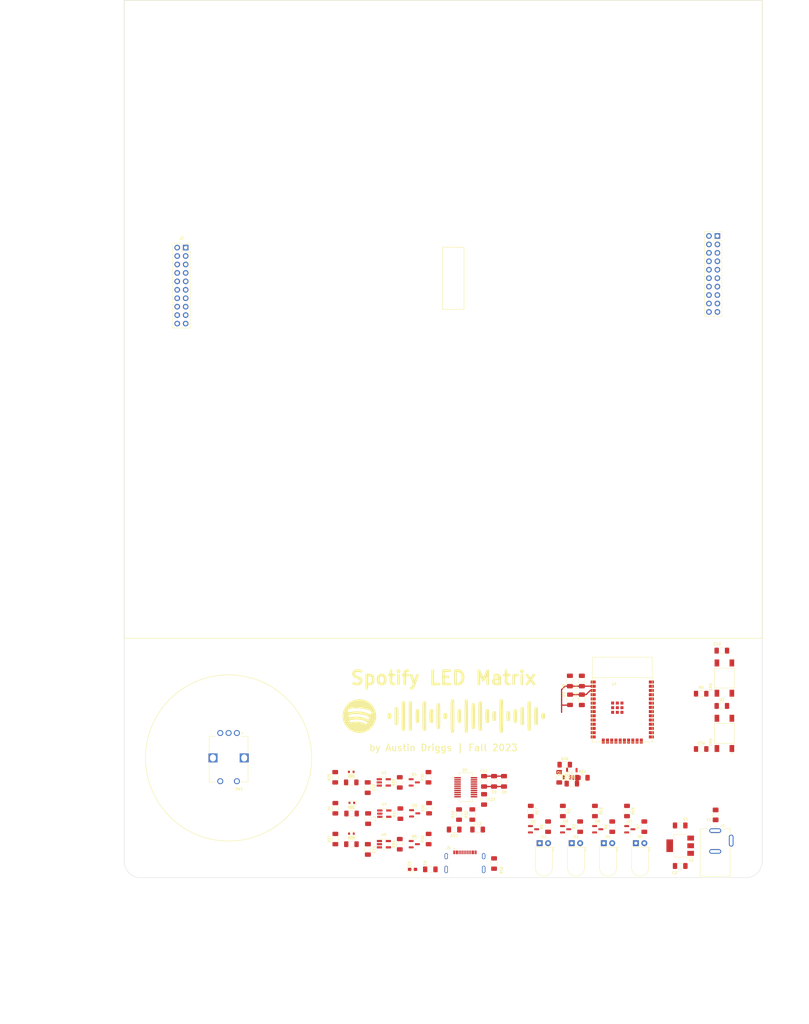
<source format=kicad_pcb>
(kicad_pcb (version 20221018) (generator pcbnew)
  (layers (0 "F.Cu" signal) (31 "B.Cu" signal) (34 "B.Paste" user) (35 "F.Paste" user) (36 "B.SilkS" user "B.Silkscreen") (37 "F.SilkS" user "F.Silkscreen") (38 "B.Mask" user) (39 "F.Mask" user) (44 "Edge.Cuts" user))
  (net 0 "")
  (net 1 "GND")
  (net 2 "VBUS")
  (net 3 "/RTS")
  (net 4 "/EN")
  (net 5 "+5V")
  (net 6 "+3V3")
  (net 12 "/EN_SW")
  (net 13 "/BOOT_SW")
  (net 17 "/CLK")
  (net 18 "Net-(D1-A)")
  (net 25 "/G1_IN")
  (net 26 "/B1_IN")
  (net 27 "/R1_OUT")
  (net 28 "/G1_OUT")
  (net 29 "Net-(D6-K)")
  (net 31 "/B1_OUT")
  (net 32 "/RXD0")
  (net 33 "/TXD0")
  (net 34 "Net-(D7-K)")
  (net 36 "Net-(D5-K)")
  (net 37 "/LAT")
  (net 38 "/MODES")
  (net 39 "/BRIGHTNESS")
  (net 40 "/VOLUME")
  (net 41 "Net-(D2-A)")
  (net 42 "/DEV")
  (net 44 "Net-(J3-Pin_1)")
  (net 45 "/BOOT_AUTO")
  (net 46 "Net-(D5-A)")
  (net 47 "Net-(D3-A)")
  (net 49 "Net-(D6-A)")
  (net 50 "Net-(D7-A)")
  (net 51 "/ROTARY_B")
  (net 52 "/ROTARY_A")
  (net 53 "/CS_E")
  (net 54 "/~{OE}")
  (net 55 "/CS_D")
  (net 56 "/CS_C")
  (net 57 "/CS_A")
  (net 58 "/~{LAT}")
  (net 59 "/CS_B")
  (net 62 "Net-(D4-A)")
  (net 63 "Net-(Q2-G)")
  (net 64 "/EN_AUTO")
  (net 65 "Net-(Q3-G)")
  (net 66 "Net-(Q4-S)")
  (net 67 "Net-(Q5-S)")
  (net 68 "Net-(Q6-S)")
  (net 69 "/BOOT")
  (net 70 "Net-(D8-A)")
  (net 71 "/R1_IN")
  (net 72 "/D+")
  (net 73 "/D-")
  (net 82 "Net-(J5-SHIELD)")
  (net 87 "/MODE_SELECT")
  (net 91 "Net-(U6-3V3OUT)")
  (net 92 "Net-(D2-K)")
  (net 93 "Net-(D3-K)")
  (net 94 "Net-(D4-K)")
  (net 95 "Net-(D8-K)")
  (net 96 "/DTR")
  (net 97 "/USBD+")
  (net 98 "/USBD-")
  (net 110 "Net-(Q1-G)")
  (net 111 "Net-(Q7-G)")
  (net 112 "Net-(Q8-G)")
  (net 113 "Net-(Q9-G)")
  (footprint "Package_TO_SOT_SMD:SOT-23-3" (layer "F.Cu") (at 186.624 288.2735 90)
    (fp_text reference "Q3")
    (fp_text value "SS8050-G")
  )
  (footprint "Capacitor_SMD:C_1206_3216Metric_Pad1.33x1.80mm_HandSolder" (layer "F.Cu") (at 123.898 301.716 -90)
    (fp_text reference "C7")
    (fp_text value "0.1uF")
  )
  (footprint "Package_TO_SOT_SMD:SOT-23-5_HandSoldering" (layer "F.Cu") (at 128.651 309.424)
    (fp_text reference "U5")
    (fp_text value "MC74HC1G14DTT1G")
  )
  (footprint "Diode_SMD:D_SOD-523" (layer "F.Cu") (at 118.825 287.655 180)
    (fp_text reference "D5")
    (fp_text value "D")
  )
  (footprint "LED_SMD:LED_0603_1608Metric_Pad1.05x0.95mm_HandSolder" (layer "F.Cu") (at 137.275 316.992)
    (fp_text reference "D1")
    (fp_text value "USB")
  )
  (footprint "Resistor_SMD:R_1206_3216Metric_Pad1.30x1.75mm_HandSolder" (layer "F.Cu") (at 133.43 309.424 90)
    (fp_text reference "R34")
    (fp_text value "10k")
  )
  (footprint "Capacitor_SMD:C_1206_3216Metric_Pad1.33x1.80mm_HandSolder" (layer "F.Cu") (at 188.214 265.9795 -90)
    (fp_text reference "C5")
    (fp_text value "1uF")
  )
  (footprint "Resistor_SMD:R_1206_3216Metric_Pad1.30x1.75mm_HandSolder" (layer "F.Cu") (at 114.046 307.874 90)
    (fp_text reference "R27")
    (fp_text value "10k")
  )
  (footprint "Capacitor_SMD:C_1206_3216Metric_Pad1.33x1.80mm_HandSolder" (layer "F.Cu") (at 156.8495 305.008)
    (fp_text reference "C17")
    (fp_text value "47pF")
  )
  (footprint "Capacitor_SMD:C_1206_3216Metric_Pad1.33x1.80mm_HandSolder" (layer "F.Cu") (at 184.614 260.3145 90)
    (fp_text reference "C3")
    (fp_text value "22uF")
  )
  (footprint "Diode_SMD:D_SOD-523" (layer "F.Cu") (at 118.999 296.978 180)
    (fp_text reference "D6")
    (fp_text value "D")
  )
  (footprint "Resistor_SMD:R_1206_3216Metric_Pad1.30x1.75mm_HandSolder" (layer "F.Cu") (at 185.201 291.2)
    (fp_text reference "R20")
    (fp_text value "10k")
  )
  (footprint "spotify-led-matrix:SW_TL3301DF160QG" (layer "F.Cu") (at 231.104 276.076 90)
    (fp_text reference "SW2")
    (fp_text value "EN")
  )
  (footprint "Resistor_SMD:R_1206_3216Metric_Pad1.30x1.75mm_HandSolder" (layer "F.Cu") (at 187.706 304.139 90)
    (fp_text reference "R3")
    (fp_text value "82")
  )
  (footprint "Resistor_SMD:R_1206_3216Metric_Pad1.30x1.75mm_HandSolder" (layer "F.Cu") (at 178.054 304.139 90)
    (fp_text reference "R9")
    (fp_text value "120")
  )
  (footprint "spotify-led-matrix:MOLEX_2169900003" (layer "F.Cu") (at 153.035 317.0275)
    (fp_text reference "J5")
    (fp_text value "USB_C_Receptacle_USB2.0" hide)
    (fp_line (start -4.62 2.1) (end -4.62 -4.6) (stroke (width 0.01)) (layer "Edge.Cuts"))
    (fp_line (start -4.62 2.1) (end 4.62 2.1) (stroke (width 0.01)) (layer "Edge.Cuts"))
    (fp_line (start -3.80038 -4.6) (end 3.80038 -4.6) (stroke (width 0.01)) (layer "Edge.Cuts"))
    (fp_line (start 4.62 2.1) (end 4.62 -4.6) (stroke (width 0.01)) (layer "Edge.Cuts"))
    (fp_arc (start -4.62 -4.6) (mid -4.397645 -4.889779) (end -4.060191 -4.750001) (stroke (width 0.01)) (layer "Edge.Cuts"))
    (fp_arc (start -3.80038 -4.6) (mid -3.950382 -4.640191) (end -4.060191 -4.75) (stroke (width 0.01)) (layer "Edge.Cuts"))
    (fp_arc (start 4.06019 -4.75) (mid 3.95038 -4.640198) (end 3.80038 -4.6) (stroke (width 0.01)) (layer "Edge.Cuts"))
    (fp_arc (start 4.06019 -4.75) (mid 4.397645 -4.88978) (end 4.62 -4.600001) (stroke (width 0.01)) (layer "Edge.Cuts"))
  )
  (footprint "Resistor_SMD:R_1206_3216Metric_Pad1.30x1.75mm_HandSolder" (layer "F.Cu") (at 183.068 285.485)
    (fp_text reference "R10")
    (fp_text value "22")
  )
  (footprint "spotify-led-matrix:SOP63P599X175-20N" (layer "F.Cu") (at 153.287 292.2855)
    (fp_text reference "U6")
    (fp_text value "FT231XS-R" hide)
  )
  (footprint "Capacitor_SMD:C_1206_3216Metric_Pad1.33x1.80mm_HandSolder" (layer "F.Cu") (at 158.787 295.9455 -90)
    (fp_text reference "C21")
    (fp_text value "100nF")
  )
  (footprint "Resistor_SMD:R_1206_3216Metric_Pad1.30x1.75mm_HandSolder" (layer "F.Cu") (at 118.872 309.424)
    (fp_text reference "R28")
    (fp_text value "1k")
  )
  (footprint "Resistor_SMD:R_1206_3216Metric_Pad1.30x1.75mm_HandSolder" (layer "F.Cu") (at 224.119 280.775)
    (fp_text reference "R12")
    (fp_text value "22")
  )
  (footprint "Resistor_SMD:R_1206_3216Metric_Pad1.30x1.75mm_HandSolder" (layer "F.Cu") (at 142.621 316.992)
    (fp_text reference "R1")
    (fp_text value "120")
  )
  (footprint "Resistor_SMD:R_1206_3216Metric_Pad1.30x1.75mm_HandSolder" (layer "F.Cu") (at 161.798 315.24 -90)
    (fp_text reference "R16")
    (fp_text value "0")
  )
  (footprint "Resistor_SMD:R_1206_3216Metric_Pad1.30x1.75mm_HandSolder" (layer "F.Cu") (at 181.417 289.295 -90)
    (fp_text reference "R19")
    (fp_text value "10k")
  )
  (footprint "Resistor_SMD:R_1206_3216Metric_Pad1.30x1.75mm_HandSolder" (layer "F.Cu") (at 118.825 290.83)
    (fp_text reference "R26")
    (fp_text value "1k")
  )
  (footprint "Connector_PinSocket_2.54mm:PinSocket_2x10_P2.54mm_Vertical" (layer "F.Cu") (at 69 129.92)
    (fp_text reference "J2")
    (fp_text value "DISPLAY_IN")
  )
  (footprint "Capacitor_SMD:C_1206_3216Metric_Pad1.33x1.80mm_HandSolder" (layer "F.Cu") (at 230.342 267.821)
    (fp_text reference "C6")
    (fp_text value "0.1uF")
  )
  (footprint "Resistor_SMD:R_1206_3216Metric_Pad1.30x1.75mm_HandSolder" (layer "F.Cu") (at 114.046 298.603 90)
    (fp_text reference "R4")
    (fp_text value "10k")
  )
  (footprint "Diode_SMD:D_SOD-523" (layer "F.Cu") (at 118.872 306.249 180)
    (fp_text reference "D7")
    (fp_text value "D")
  )
  (footprint "Resistor_SMD:R_1206_3216Metric_Pad1.30x1.75mm_HandSolder" (layer "F.Cu") (at 142.113 307.874 90)
    (fp_text reference "R36")
    (fp_text value "10k")
  )
  (footprint "Connector_PinSocket_2.54mm:PinSocket_2x10_P2.54mm_Vertical" (layer "F.Cu") (at 229 126.42)
    (fp_text reference "J4" hide)
    (fp_text value "DISPLAY_OUT")
  )
  (footprint "spotify-led-matrix:ESP32-WROOM-32E" (layer "F.Cu") (at 200.379 268.886)
    (fp_text reference "U1")
    (fp_text value "ESP32-WROOM-32E")
  )
  (footprint "Resistor_SMD:R_1206_3216Metric_Pad1.30x1.75mm_HandSolder" (layer "F.Cu") (at 201.803 299.44 -90)
    (fp_text reference "R15")
    (fp_text value "1k")
  )
  (footprint "spotify-led-matrix:CUI_ACZ11BR1E-20FD1-20C" (layer "F.Cu") (at 81.915 283.464 180)
    (fp_text reference "SW1")
    (fp_text value "MODE_SELECT")
  )
  (footprint "Resistor_SMD:R_1206_3216Metric_Pad1.30x1.75mm_HandSolder" (layer "F.Cu") (at 224.119 264.138)
    (fp_text reference "R8")
    (fp_text value "22")
  )
  (footprint "Package_TO_SOT_SMD:SOT-23-3" (layer "F.Cu") (at 183.769 288.1575 90)
    (fp_text reference "Q2")
    (fp_text value "SS8050-G")
  )
  (footprint "Resistor_SMD:R_1206_3216Metric_Pad1.30x1.75mm_HandSolder" (layer "F.Cu") (at 192.151 299.44 -90)
    (fp_text reference "R13")
    (fp_text value "1k")
  )
  (footprint "Capacitor_SMD:C_1206_3216Metric_Pad1.33x1.80mm_HandSolder" (layer "F.Cu") (at 149.787 305.008 180)
    (fp_text reference "C19")
    (fp_text value "47pF")
  )
  (footprint "Package_TO_SOT_SMD:SOT-23" (layer "F.Cu") (at 192.9915 304.927)
    (fp_text reference "Q8")
    (fp_text value "IRLML6244TRPBF")
  )
  (footprint "Resistor_SMD:R_1206_3216Metric_Pad1.30x1.75mm_HandSolder" (layer "F.Cu") (at 155.257 300.508 90)
    (fp_text reference "R32")
    (fp_text value "27")
  )
  (footprint "Resistor_SMD:R_1206_3216Metric_Pad1.30x1.75mm_HandSolder" (layer "F.Cu") (at 188.376 289.422)
    (fp_text reference "R14")
    (fp_text value "22")
  )
  (footprint "Capacitor_SMD:C_1206_3216Metric_Pad1.33x1.80mm_HandSolder" (layer "F.Cu") (at 123.825 310.9865 -90)
    (fp_text reference locked "C14")
    (fp_text value "0.1uF")
  )
  (footprint "Package_TO_SOT_SMD:SOT-23" (layer "F.Cu") (at 173.6875 304.927)
    (fp_text reference "Q1")
    (fp_text value "IRLML6244TRPBF")
  )
  (footprint "Resistor_SMD:R_1206_3216Metric_Pad1.30x1.75mm_HandSolder" (layer "F.Cu") (at 142.066 289.28 90)
    (fp_text reference "R30")
    (fp_text value "10k")
  )
  (footprint "Package_TO_SOT_SMD:SOT-23" (layer "F.Cu") (at 183.3395 304.927)
    (fp_text reference "Q9")
    (fp_text value "IRLML6244TRPBF")
  )
  (footprint "Fuse:Fuse_1206_3216Metric_Pad1.42x1.75mm_HandSolder" (layer "F.Cu") (at 228.465 300.609 90)
    (fp_text reference "F1")
    (fp_text value "6A")
  )
  (footprint "Package_TO_SOT_SMD:SOT-23-5_HandSoldering" (layer "F.Cu") (at 128.778 300.228)
    (fp_text reference "U4")
    (fp_text value "MC74HC1G14DTT1G")
  )
  (footprint "Resistor_SMD:R_1206_3216Metric_Pad1.30x1.75mm_HandSolder" (layer "F.Cu") (at 151.257 300.508 90)
    (fp_text reference "R33")
    (fp_text value "27")
  )
  (footprint "Resistor_SMD:R_1206_3216Metric_Pad1.30x1.75mm_HandSolder" (layer "F.Cu") (at 118.919 300.192)
    (fp_text reference "R11")
    (fp_text value "1k")
  )
  (footprint "Package_TO_SOT_SMD:SOT-23" (layer "F.Cu") (at 137.922 300.144)
    (fp_text reference "Q5")
    (fp_text value "IRLML6244TRPBF")
  )
  (footprint "Resistor_SMD:R_1206_3216Metric_Pad1.30x1.75mm_HandSolder" (layer "F.Cu") (at 172.847 299.44 -90)
    (fp_text reference "R17")
    (fp_text value "1k")
  )
  (footprint "Resistor_SMD:R_1206_3216Metric_Pad1.30x1.75mm_HandSolder" (layer "F.Cu") (at 197.358 304.139 90)
    (fp_text reference "R6")
    (fp_text value "82")
  )
  (footprint "LED_THT:LED_D5.0mm_Horizontal_O1.27mm_Z9.0mm" (layer "F.Cu") (at 204.47 309.118)
    (fp_text reference "D8")
    (fp_text value "MODES")
  )
  (footprint "Capacitor_SMD:C_1206_3216Metric_Pad1.33x1.80mm_HandSolder" (layer "F.Cu") (at 158.787 290.508 90)
    (fp_text reference "C11")
    (fp_text value "100nF")
  )
  (footprint "Resistor_SMD:R_1206_3216Metric_Pad1.30x1.75mm_HandSolder" (layer "F.Cu") (at 184.658 265.967 90)
    (fp_text reference "R5")
    (fp_text value "10k")
  )
  (footprint "Package_TO_SOT_SMD:SOT-23" (layer "F.Cu") (at 202.6435 304.927)
    (fp_text reference "Q7")
    (fp_text value "IRLML6244TRPBF")
  )
  (footprint "LED_THT:LED_D5.0mm_Horizontal_O1.27mm_Z9.0mm" (layer "F.Cu") (at 185.166 309.118)
    (fp_text reference "D3")
    (fp_text value "VOLUME")
  )
  (footprint "Resistor_SMD:R_1206_3216Metric_Pad1.30x1.75mm_HandSolder" (layer "F.Cu") (at 133.604 300.228 90)
    (fp_text reference "R31")
    (fp_text value "10k")
  )
  (footprint "LED_THT:LED_D5.0mm_Horizontal_O1.27mm_Z9.0mm" (layer "F.Cu") (at 175.514 309.118)
    (fp_text reference "D2")
    (fp_text value "DEV")
  )
  (footprint "Resistor_SMD:R_1206_3216Metric_Pad1.30x1.75mm_HandSolder" (layer "F.Cu") (at 207.01 304.139 90)
    (fp_text reference "R7")
    (fp_text value "82")
  )
  (footprint "Capacitor_SMD:C_1206_3216Metric_Pad1.33x1.80mm_HandSolder" (layer "F.Cu") (at 217.805 303.784 180)
    (fp_text reference "C1")
    (fp_text value "1uF")
  )
  (footprint "Package_TO_SOT_SMD:SOT-223-3_TabPin2" (layer "F.Cu") (at 217.805 309.88 180)
    (fp_text reference "U2")
    (fp_text value "5V_TO_3V3")
  )
  (footprint "Capacitor_SMD:C_1206_3216Metric_Pad1.33x1.80mm_HandSolder" (layer "F.Cu") (at 188.214 260.3145 90)
    (fp_text reference "C4")
    (fp_text value "0.1uF")
  )
  (footprint "Capacitor_SMD:C_1206_3216Metric_Pad1.33x1.80mm_HandSolder" (layer "F.Cu") (at 161.787 290.508 90)
    (fp_text reference "C9")
    (fp_text value "100nF")
  )
  (footprint "Resistor_SMD:R_1206_3216Metric_Pad1.30x1.75mm_HandSolder" (layer "F.Cu") (at 182.499 299.44 -90)
    (fp_text reference "R2")
    (fp_text value "1k")
  )
  (footprint "Resistor_SMD:R_1206_3216Metric_Pad1.30x1.75mm_HandSolder" (layer "F.Cu") (at 113.999 289.28 90)
    (fp_text reference "R25")
    (fp_text value "10k")
  )
  (footprint "spotify-led-matrix:54-00166" (layer "F.Cu") (at 228.346 311.5955)
    (fp_text reference "J1")
    (fp_text value "+5V")
  )
  (footprint "Resistor_SMD:R_1206_3216Metric_Pad1.30x1.75mm_HandSolder" (layer "F.Cu") (at 142.24 298.594 90)
    (fp_text reference "R35")
    (fp_text value "10k")
  )
  (footprint "Package_TO_SOT_SMD:SOT-23" (layer "F.Cu") (at 137.795 309.424)
    (fp_text reference "Q6")
    (fp_text value "IRLML6244TRPBF")
  )
  (footprint "LED_THT:LED_D5.0mm_Horizontal_O1.27mm_Z9.0mm" (layer "F.Cu") (at 194.818 309.118)
    (fp_text reference "D4")
    (fp_text value "BRIGHTNESS")
  )
  (footprint "Capacitor_SMD:C_1206_3216Metric_Pad1.33x1.80mm_HandSolder" (layer "F.Cu") (at 230.342 251.184)
    (fp_text reference "C10")
    (fp_text value "0.1uF")
  )
  (footprint "Package_TO_SOT_SMD:SOT-23-5_HandSoldering" (layer "F.Cu") (at 128.604 290.83)
    (fp_text reference "U3")
    (fp_text value "MC74HC1G14DTT1G")
  )
  (footprint "Resistor_SMD:R_1206_3216Metric_Pad1.30x1.75mm_HandSolder" (layer "F.Cu") (at 133.43 290.83 90)
    (fp_text reference "R29")
    (fp_text value "10k")
  )
  (footprint "Capacitor_SMD:C_1206_3216Metric_Pad1.33x1.80mm_HandSolder" (layer "F.Cu") (at 217.805 315.976)
    (fp_text reference "C2")
    (fp_text value "1uF")
  )
  (footprint "Capacitor_SMD:C_1206_3216Metric_Pad1.33x1.80mm_HandSolder" (layer "F.Cu") (at 164.787 290.508 90)
    (fp_text reference "C8")
    (fp_text value "4.7uF")
  )
  (footprint "Capacitor_SMD:C_1206_3216Metric_Pad1.33x1.80mm_HandSolder" (layer "F.Cu") (at 123.778 292.3925 -90)
    (fp_text reference "C12")
    (fp_text value "0.1uF")
  )
  (footprint "Package_TO_SOT_SMD:SOT-23" (layer "F.Cu") (at 137.781 290.83)
    (fp_text reference "Q4")
    (fp_text value "IRLML6244TRPBF")
  )
  (footprint "spotify-led-matrix:SW_TL3301DF160QG" (layer "F.Cu") (at 231.104 259.439 90)
    (fp_text reference "SW3")
    (fp_text value "BOOT")
  )
  (gr_poly locked (pts (xy 168.255756 268.757376) (xy 168.310683 268.763182) (xy 168.365237 268.772026) (xy 168.418955 268.783955) (xy 168.47137 268.799016) (xy 168.522018 268.817256) (xy 168.548337 268.830198) (xy 168.571834 268.850349) (xy 168.592664 268.879461) (xy 168.610983 268.919286) (xy 168.626946 268.971575) (xy 168.640707 269.038079) (xy 168.662246 269.220745) (xy 168.676839 269.481298) (xy 168.685727 269.833752) (xy 168.69135 270.870422) (xy 168.690668 271.575165) (xy 168.68849 271.859618) (xy 168.683909 272.10305) (xy 168.680441 272.210381) (xy 168.676042 272.308655) (xy 168.670599 272.39827) (xy 168.664004 272.479627) (xy 168.656145 272.553123) (xy 168.646913 272.619158) (xy 168.636195 272.678132) (xy 168.623883 272.730443) (xy 168.609866 272.776492) (xy 168.594033 272.816676) (xy 168.576274 272.851395) (xy 168.556478 272.881049) (xy 168.534534 272.906037) (xy 168.510334 272.926757) (xy 168.483765 272.94361) (xy 168.454717 272.956993) (xy 168.423081 272.967307) (xy 168.388745 272.974951) (xy 168.351599 272.980323) (xy 168.311533 272.983824) (xy 168.268436 272.985851) (xy 168.222197 272.986805) (xy 168.119855 272.98709) (xy 168.039391 272.984945) (xy 167.968275 272.976878) (xy 167.905935 272.96044) (xy 167.851795 272.933181) (xy 167.805284 272.892651) (xy 167.765826 272.836401) (xy 167.732848 272.761982) (xy 167.705778 272.666944) (xy 167.68404 272.548837) (xy 167.667062 272.405213) (xy 167.65427 272.233621) (xy 167.64509 272.031613) (xy 167.635271 271.526548) (xy 167.633018 270.870422) (xy 167.635003 270.411618) (xy 167.640956 270.017803) (xy 167.645421 269.84449) (xy 167.650878 269.686495) (xy 167.657327 269.543506) (xy 167.664769 269.415214) (xy 167.673203 269.301309) (xy 167.682629 269.20148) (xy 167.693047 269.115419) (xy 167.704457 269.042813) (xy 167.71686 268.983354) (xy 167.730254 268.936732) (xy 167.737324 268.918137) (xy 167.744641 268.902635) (xy 167.752207 268.890188) (xy 167.76002 268.880755) (xy 167.77356 268.868168) (xy 167.788344 268.856207) (xy 167.821411 268.834185) (xy 167.858758 268.814737) (xy 167.899918 268.797908) (xy 167.944426 268.783746) (xy 167.991819 268.772297) (xy 168.041629 268.763608) (xy 168.093394 268.757725) (xy 168.146646 268.754694) (xy 168.200922 268.754562)) (fill solid) (layer "F.SilkS"))
  (gr_poly locked (pts (xy 157.754015 266.416728) (xy 157.832789 266.423417) (xy 157.870674 266.429073) (xy 157.907252 266.436277) (xy 157.942291 266.445035) (xy 157.975561 266.455353) (xy 158.006831 266.467237) (xy 158.03587 266.480693) (xy 158.062449 266.495726) (xy 158.086335 266.512342) (xy 158.107299 266.530547) (xy 158.125111 266.550348) (xy 158.139539 266.571748) (xy 158.150352 266.594756) (xy 158.178134 267.014286) (xy 158.197978 267.990433) (xy 158.213853 270.870422) (xy 158.197978 273.750412) (xy 158.178134 274.726559) (xy 158.150352 275.146088) (xy 158.139539 275.169096) (xy 158.125111 275.190497) (xy 158.107299 275.210297) (xy 158.086335 275.228503) (xy 158.062449 275.245119) (xy 158.03587 275.260152) (xy 158.006831 275.273608) (xy 157.975561 275.285492) (xy 157.942291 275.29581) (xy 157.907252 275.304568) (xy 157.832789 275.317428) (xy 157.754015 275.324117) (xy 157.672777 275.324683) (xy 157.590919 275.319172) (xy 157.510286 275.30763) (xy 157.432722 275.290104) (xy 157.395668 275.279111) (xy 157.360073 275.26664) (xy 157.326167 275.252696) (xy 157.294183 275.237285) (xy 157.264349 275.220413) (xy 157.236897 275.202086) (xy 157.212057 275.182309) (xy 157.19006 275.161088) (xy 157.171137 275.13843) (xy 157.155518 275.114339) (xy 157.132738 274.998398) (xy 157.112191 274.756325) (xy 157.078787 273.909162) (xy 157.057289 272.603608) (xy 157.049683 270.870422) (xy 157.051626 269.952298) (xy 157.057289 269.137236) (xy 157.066426 268.429083) (xy 157.078787 267.831683) (xy 157.094125 267.348881) (xy 157.112191 266.98452) (xy 157.132738 266.742447) (xy 157.143864 266.66847) (xy 157.155518 266.626506) (xy 157.171137 266.602416) (xy 157.19006 266.579757) (xy 157.212057 266.558537) (xy 157.236897 266.53876) (xy 157.264349 266.520432) (xy 157.294183 266.50356) (xy 157.326167 266.488149) (xy 157.360073 266.474205) (xy 157.395668 266.461734) (xy 157.432722 266.450742) (xy 157.510286 266.433216) (xy 157.590919 266.421674) (xy 157.672777 266.416162)) (fill solid) (layer "F.SilkS"))
  (gr_poly locked (pts (xy 149.2458 265.795714) (xy 149.309705 265.800918) (xy 149.37282 265.810556) (xy 149.43423 265.824596) (xy 149.493019 265.843008) (xy 149.521146 265.853844) (xy 149.548274 265.865762) (xy 149.57429 265.878756) (xy 149.59908 265.892824) (xy 149.622528 265.907962) (xy 149.644521 265.924166) (xy 149.664944 265.941432) (xy 149.683684 265.959756) (xy 149.710003 265.993511) (xy 149.733501 266.042273) (xy 149.772651 266.203173) (xy 149.802375 266.479166) (xy 149.823914 266.906964) (xy 149.847395 268.364818) (xy 149.853017 270.870422) (xy 149.851819 272.272549) (xy 149.847395 273.376027) (xy 149.843587 273.827245) (xy 149.838507 274.217567) (xy 149.832001 274.551583) (xy 149.823914 274.833881) (xy 149.81409 275.06905) (xy 149.802375 275.261679) (xy 149.788614 275.416357) (xy 149.780917 275.480898) (xy 149.772651 275.537672) (xy 149.763795 275.587253) (xy 149.754331 275.630215) (xy 149.74424 275.66713) (xy 149.733501 275.698572) (xy 149.722095 275.725116) (xy 149.710003 275.747334) (xy 149.697206 275.765801) (xy 149.683684 275.781089) (xy 149.664944 275.799413) (xy 149.644521 275.816679) (xy 149.622528 275.832883) (xy 149.59908 275.848021) (xy 149.57429 275.862089) (xy 149.548274 275.875084) (xy 149.521146 275.887001) (xy 149.493019 275.897837) (xy 149.43423 275.916249) (xy 149.37282 275.93029) (xy 149.309705 275.939927) (xy 149.2458 275.945131) (xy 149.182018 275.94587) (xy 149.119275 275.942113) (xy 149.058486 275.933829) (xy 149.000564 275.920988) (xy 148.972965 275.912848) (xy 148.946426 275.903557) (xy 148.921061 275.893112) (xy 148.896985 275.881507) (xy 148.874311 275.86874) (xy 148.853155 275.854806) (xy 148.833631 275.839702) (xy 148.815853 275.823423) (xy 148.784227 275.684501) (xy 148.756817 275.353498) (xy 148.714648 274.225009) (xy 148.680914 270.870423) (xy 148.714648 267.515837) (xy 148.756817 266.387347) (xy 148.784227 266.056344) (xy 148.815853 265.917422) (xy 148.833631 265.901144) (xy 148.853155 265.886039) (xy 148.874311 265.872105) (xy 148.896985 265.859338) (xy 148.921061 265.847734) (xy 148.946426 265.837288) (xy 148.972965 265.827997) (xy 149.000564 265.819857) (xy 149.058486 265.807016) (xy 149.119275 265.798732) (xy 149.182018 265.794975)) (fill solid) (layer "F.SilkS"))
  (gr_poly locked (pts (xy 166.139281 269.385007) (xy 166.219915 269.396549) (xy 166.297478 269.414075) (xy 166.334533 269.425067) (xy 166.370128 269.437539) (xy 166.404033 269.451482) (xy 166.436018 269.466893) (xy 166.465851 269.483765) (xy 166.493303 269.502093) (xy 166.518143 269.52187) (xy 166.54014 269.54309) (xy 166.559063 269.565749) (xy 166.574683 269.589839) (xy 166.584592 269.616895) (xy 166.594423 269.65398) (xy 166.613544 269.7557) (xy 166.631424 269.889914) (xy 166.647444 270.051537) (xy 166.660984 270.235485) (xy 166.671422 270.436671) (xy 166.67814 270.650012) (xy 166.680518 270.870422) (xy 166.67814 271.090833) (xy 166.671422 271.304174) (xy 166.660984 271.505361) (xy 166.647444 271.689308) (xy 166.631424 271.850931) (xy 166.613544 271.985145) (xy 166.6041 272.040385) (xy 166.594423 272.086865) (xy 166.584592 272.123951) (xy 166.574683 272.151006) (xy 166.559063 272.175097) (xy 166.54014 272.197755) (xy 166.518143 272.218976) (xy 166.493303 272.238752) (xy 166.465851 272.25708) (xy 166.436018 272.273952) (xy 166.404033 272.289363) (xy 166.370128 272.303307) (xy 166.334533 272.315778) (xy 166.297478 272.32677) (xy 166.219915 272.344296) (xy 166.139281 272.355838) (xy 166.057423 272.36135) (xy 165.976185 272.360784) (xy 165.897413 272.354094) (xy 165.859527 272.348439) (xy 165.82295 272.341235) (xy 165.787911 272.332477) (xy 165.754641 272.322158) (xy 165.723372 272.310274) (xy 165.694332 272.296819) (xy 165.667754 272.281786) (xy 165.643868 272.26517) (xy 165.622904 272.246965) (xy 165.605093 272.227164) (xy 165.590666 272.205764) (xy 165.579852 272.182756) (xy 165.568008 272.125065) (xy 165.556536 272.026817) (xy 165.545807 271.893099) (xy 165.536195 271.728996) (xy 165.528072 271.539591) (xy 165.521808 271.329971) (xy 165.517778 271.105219) (xy 165.516351 270.870422) (xy 165.517778 270.635626) (xy 165.521808 270.410874) (xy 165.528072 270.201254) (xy 165.536195 270.01185) (xy 165.545807 269.847746) (xy 165.556536 269.714028) (xy 165.568008 269.615781) (xy 165.573907 269.581547) (xy 165.579852 269.558089) (xy 165.590666 269.535082) (xy 165.605093 269.513681) (xy 165.622904 269.493881) (xy 165.643868 269.475675) (xy 165.667754 269.459059) (xy 165.694332 269.444026) (xy 165.723372 269.430571) (xy 165.754641 269.418687) (xy 165.787911 269.408369) (xy 165.82295 269.39961) (xy 165.897413 269.386751) (xy 165.976185 269.380061) (xy 166.057423 269.379495)) (fill solid) (layer "F.SilkS"))
  (gr_poly locked (pts (xy 164.024102 265.787777) (xy 164.094837 265.796314) (xy 164.163339 265.809936) (xy 164.196365 265.818615) (xy 164.228369 265.828518) (xy 164.259194 265.839631) (xy 164.288686 265.851938) (xy 164.316689 265.865423) (xy 164.343049 265.880071) (xy 164.367611 265.895866) (xy 164.39022 265.912793) (xy 164.41072 265.930835) (xy 164.428957 265.949979) (xy 164.444775 265.970208) (xy 164.45802 265.991506) (xy 164.480798 266.116935) (xy 164.501344 266.38772) (xy 164.534746 267.351464) (xy 164.556244 268.854959) (xy 164.56385 270.870422) (xy 164.561907 271.940414) (xy 164.556244 272.885886) (xy 164.547107 273.703366) (xy 164.534746 274.389381) (xy 164.519409 274.940459) (xy 164.501344 275.353126) (xy 164.480798 275.623911) (xy 164.469672 275.705012) (xy 164.45802 275.74934) (xy 164.444775 275.770638) (xy 164.428957 275.790867) (xy 164.41072 275.81001) (xy 164.39022 275.828053) (xy 164.367611 275.84498) (xy 164.343049 275.860775) (xy 164.316689 275.875423) (xy 164.288686 275.888907) (xy 164.228369 275.912327) (xy 164.163339 275.93091) (xy 164.094837 275.944532) (xy 164.024102 275.953069) (xy 163.952375 275.956397) (xy 163.880896 275.954392) (xy 163.810906 275.94693) (xy 163.743644 275.933887) (xy 163.711423 275.925233) (xy 163.680351 275.915138) (xy 163.65058 275.903586) (xy 163.622266 275.890561) (xy 163.595565 275.876048) (xy 163.570631 275.860031) (xy 163.54762 275.842494) (xy 163.526686 275.823423) (xy 163.49506 275.684501) (xy 163.46765 275.353498) (xy 163.425481 274.225009) (xy 163.391747 270.870423) (xy 163.425481 267.515837) (xy 163.46765 266.387347) (xy 163.49506 266.056344) (xy 163.526686 265.917422) (xy 163.54762 265.898351) (xy 163.570631 265.880815) (xy 163.595565 265.864798) (xy 163.622266 265.850284) (xy 163.65058 265.837259) (xy 163.680351 265.825707) (xy 163.711423 265.815612) (xy 163.743644 265.806959) (xy 163.776856 265.799732) (xy 163.810906 265.793916) (xy 163.880896 265.786454) (xy 163.952375 265.784449)) (fill solid) (layer "F.SilkS"))
  (gr_poly locked (pts (xy 121.611039 265.808579) (xy 121.871889 265.834688) (xy 122.130141 265.874593) (xy 122.385308 265.92797) (xy 122.636904 265.994495) (xy 122.884441 266.073845) (xy 123.127434 266.165697) (xy 123.365397 266.269725) (xy 123.597842 266.385608) (xy 123.824284 266.513021) (xy 124.044236 266.651641) (xy 124.257212 266.801144) (xy 124.462725 266.961206) (xy 124.660289 267.131504) (xy 124.849417 267.311715) (xy 125.029624 267.501513) (xy 125.200422 267.700577) (xy 125.361325 267.908582) (xy 125.511847 268.125205) (xy 125.651502 268.350122) (xy 125.779802 268.583009) (xy 125.896263 268.823543) (xy 126.000396 269.071401) (xy 126.091716 269.326257) (xy 126.169737 269.58779) (xy 126.233972 269.855675) (xy 126.283934 270.129589) (xy 126.314697 270.366483) (xy 126.333704 270.602687) (xy 126.341169 270.837883) (xy 126.337306 271.071754) (xy 126.322327 271.303981) (xy 126.296445 271.534248) (xy 126.259875 271.762235) (xy 126.212828 271.987626) (xy 126.155518 272.210102) (xy 126.088158 272.429345) (xy 126.010962 272.645039) (xy 125.924143 272.856865) (xy 125.827913 273.064504) (xy 125.722486 273.267641) (xy 125.608075 273.465955) (xy 125.484893 273.659131) (xy 125.353153 273.846849) (xy 125.21307 274.028793) (xy 125.064855 274.204644) (xy 124.908721 274.374085) (xy 124.744883 274.536797) (xy 124.573553 274.692463) (xy 124.394945 274.840765) (xy 124.20927 274.981386) (xy 124.016744 275.114007) (xy 123.817579 275.238311) (xy 123.611987 275.35398) (xy 123.400183 275.460695) (xy 123.182379 275.55814) (xy 122.958789 275.645997) (xy 122.729625 275.723947) (xy 122.495101 275.791673) (xy 122.228994 275.85228) (xy 121.9628 275.89739) (xy 121.69699 275.927318) (xy 121.432034 275.942382) (xy 121.168404 275.942896) (xy 120.90657 275.929176) (xy 120.647004 275.901538) (xy 120.390176 275.860299) (xy 120.136556 275.805773) (xy 119.886617 275.738278) (xy 119.640829 275.658128) (xy 119.399662 275.56564) (xy 119.163589 275.461129) (xy 118.933078 275.344912) (xy 118.708603 275.217304) (xy 118.490633 275.078621) (xy 118.279639 274.929179) (xy 118.076092 274.769293) (xy 117.880463 274.599281) (xy 117.693224 274.419457) (xy 117.514844 274.230137) (xy 117.345795 274.031638) (xy 117.186548 273.824275) (xy 117.037574 273.608364) (xy 116.899343 273.384221) (xy 116.772326 273.152162) (xy 116.656995 272.912503) (xy 116.55382 272.665559) (xy 116.463273 272.411646) (xy 116.458153 272.394423) (xy 118.314684 272.394423) (xy 118.315398 272.419692) (xy 118.317539 272.443906) (xy 118.321111 272.467061) (xy 118.326115 272.489156) (xy 118.332553 272.510189) (xy 118.340427 272.530159) (xy 118.349739 272.549062) (xy 118.36049 272.566898) (xy 118.372684 272.583664) (xy 118.386321 272.599358) (xy 118.401403 272.613979) (xy 118.417934 272.627525) (xy 118.435914 272.639992) (xy 118.455345 272.651381) (xy 118.47623 272.661688) (xy 118.49857 272.670912) (xy 118.547623 272.686102) (xy 118.602522 272.696936) (xy 118.66328 272.703398) (xy 118.729915 272.705473) (xy 118.80244 272.703145) (xy 118.880872 272.696399) (xy 118.965226 272.685219) (xy 119.055518 272.669589) (xy 119.299715 272.627021) (xy 119.551074 272.594452) (xy 119.808076 272.571711) (xy 120.069203 272.558629) (xy 120.332933 272.555035) (xy 120.597749 272.560758) (xy 120.862131 272.575628) (xy 121.12456 272.599474) (xy 121.383515 272.632126) (xy 121.637479 272.673413) (xy 121.884932 272.723165) (xy 122.124354 272.78121) (xy 122.354226 272.847379) (xy 122.57303 272.921501) (xy 122.779244 273.003406) (xy 122.971352 273.092922) (xy 123.010419 273.112022) (xy 123.048246 273.129636) (xy 123.084833 273.145765) (xy 123.12018 273.160412) (xy 123.154286 273.173578) (xy 123.187152 273.185266) (xy 123.218778 273.195477) (xy 123.249164 273.204213) (xy 123.278309 273.211477) (xy 123.306215 273.217269) (xy 123.33288 273.221593) (xy 123.358304 273.22445) (xy 123.382489 273.225841) (xy 123.405433 273.22577) (xy 123.427137 273.224237) (xy 123.447601 273.221246) (xy 123.466825 273.216797) (xy 123.484808 273.210892) (xy 123.501551 273.203534) (xy 123.517054 273.194725) (xy 123.531317 273.184466) (xy 123.544339 273.17276) (xy 123.556122 273.159608) (xy 123.566664 273.145012) (xy 123.575965 273.128975) (xy 123.584027 273.111497) (xy 123.590848 273.092582) (xy 123.596429 273.072231) (xy 123.60077 273.050445) (xy 123.603871 273.027228) (xy 123.605731 273.002581) (xy 123.606351 272.976505) (xy 123.604837 272.951549) (xy 123.600318 272.926307) (xy 123.582394 272.875054) (xy 123.552843 272.822933) (xy 123.511928 272.77013) (xy 123.459913 272.716831) (xy 123.397062 272.663222) (xy 123.323637 272.609489) (xy 123.239903 272.555818) (xy 123.146123 272.502395) (xy 123.042561 272.449406) (xy 122.92948 272.397037) (xy 122.807144 272.345475) (xy 122.675816 272.294904) (xy 122.53576 272.245512) (xy 122.387239 272.197484) (xy 122.230518 272.151006) (xy 122.070695 272.105611) (xy 121.912377 272.064665) (xy 121.755082 272.028153) (xy 121.598329 271.996059) (xy 121.441638 271.968368) (xy 121.284529 271.945065) (xy 121.12652 271.926133) (xy 120.967132 271.911558) (xy 120.805884 271.901323) (xy 120.642294 271.895414) (xy 120.475883 271.893815) (xy 120.30617 271.89651) (xy 120.132674 271.903483) (xy 119.954915 271.91472) (xy 119.772412 271.930205) (xy 119.584684 271.949922) (xy 119.423919 271.968169) (xy 119.274874 271.987253) (xy 119.137363 272.007268) (xy 119.0112 272.028305) (xy 118.952316 272.039237) (xy 118.896199 272.050459) (xy 118.842827 272.061983) (xy 118.792175 272.073822) (xy 118.74422 272.085986) (xy 118.69894 272.098487) (xy 118.656311 272.111337) (xy 118.616309 272.124547) (xy 118.578912 272.13813) (xy 118.544097 272.152096) (xy 118.511839 272.166457) (xy 118.482116 272.181226) (xy 118.454904 272.196413) (xy 118.430181 272.21203) (xy 118.407923 272.228089) (xy 118.388106 272.244602) (xy 118.370708 272.26158) (xy 118.355705 272.279034) (xy 118.343074 272.296977) (xy 118.332792 272.31542) (xy 118.324835 272.334374) (xy 118.31918 272.353852) (xy 118.315804 272.373864) (xy 118.314684 272.394423) (xy 116.458153 272.394423) (xy 116.385823 272.151081) (xy 116.321942 271.884179) (xy 116.272101 271.611256) (xy 116.242238 271.376255) (xy 116.223949 271.141765) (xy 116.217023 270.908113) (xy 116.218212 270.842755) (xy 118.109253 270.842755) (xy 118.110156 270.864484) (xy 118.112278 270.886298) (xy 118.11561 270.908112) (xy 118.120141 270.92984) (xy 118.125862 270.951398) (xy 118.132763 270.972701) (xy 118.140834 270.993662) (xy 118.150067 271.014197) (xy 118.16045 271.03422) (xy 118.171975 271.053647) (xy 118.184631 271.072391) (xy 118.19841 271.090368) (xy 118.213301 271.107492) (xy 118.229294 271.123679) (xy 118.246381 271.138842) (xy 118.264551 271.152897) (xy 118.283794 271.165758) (xy 118.304101 271.17734) (xy 118.328782 271.190243) (xy 118.355199 271.201193) (xy 118.383352 271.210221) (xy 118.413242 271.217358) (xy 118.444868 271.222634) (xy 118.47823 271.226081) (xy 118.513329 271.227729) (xy 118.550164 271.22761) (xy 118.588735 271.225755) (xy 118.629043 271.222195) (xy 118.671087 271.21696) (xy 118.714867 271.210082) (xy 118.760384 271.201591) (xy 118.807637 271.191519) (xy 118.856626 271.179897) (xy 118.907351 271.166756) (xy 118.954349 271.153121) (xy 119.011469 271.140029) (xy 119.152918 271.115658) (xy 119.325372 271.094016) (xy 119.522508 271.075475) (xy 119.737998 271.060406) (xy 119.965519 271.049182) (xy 120.198745 271.042175) (xy 120.431351 271.039756) (xy 120.647909 271.042368) (xy 120.861071 271.050236) (xy 121.070917 271.063406) (xy 121.277521 271.081924) (xy 121.480964 271.105837) (xy 121.681321 271.135192) (xy 121.878671 271.170035) (xy 122.07309 271.210412) (xy 122.264658 271.25637) (xy 122.45345 271.307956) (xy 122.639544 271.365217) (xy 122.823019 271.428197) (xy 123.003951 271.496945) (xy 123.182418 271.571506) (xy 123.358498 271.651928) (xy 123.532268 271.738256) (xy 123.591238 271.766412) (xy 123.645357 271.791359) (xy 123.694979 271.813112) (xy 123.740462 271.831687) (xy 123.782162 271.847099) (xy 123.801705 271.853624) (xy 123.820436 271.859365) (xy 123.8384 271.864322) (xy 123.855641 271.868499) (xy 123.872203 271.871896) (xy 123.888132 271.874516) (xy 123.903472 271.876362) (xy 123.918267 271.877434) (xy 123.932563 271.877734) (xy 123.946403 271.877266) (xy 123.959832 271.87603) (xy 123.972894 271.874028) (xy 123.985636 271.871263) (xy 123.9981 271.867737) (xy 124.010331 271.86345) (xy 124.022374 271.858406) (xy 124.034275 271.852607) (xy 124.046076 271.846053) (xy 124.057823 271.838748) (xy 124.06956 271.830692) (xy 124.081332 271.821889) (xy 124.093184 271.812339) (xy 124.130926 271.778239) (xy 124.162828 271.743429) (xy 124.18894 271.707945) (xy 124.209311 271.671821) (xy 124.223993 271.635092) (xy 124.233036 271.597794) (xy 124.23649 271.559961) (xy 124.234406 271.521628) (xy 124.226833 271.48283) (xy 124.213823 271.443602) (xy 124.195426 271.403979) (xy 124.171692 271.363995) (xy 124.142671 271.323685) (xy 124.108414 271.283085) (xy 124.024393 271.201152) (xy 123.920033 271.118475) (xy 123.795735 271.035333) (xy 123.651904 270.952004) (xy 123.488943 270.868769) (xy 123.307253 270.785906) (xy 123.10724 270.703694) (xy 122.889305 270.622412) (xy 122.653851 270.54234) (xy 122.412553 270.475612) (xy 122.14428 270.418295) (xy 121.853807 270.370373) (xy 121.545908 270.33183) (xy 121.22536 270.302651) (xy 120.896935 270.28282) (xy 120.56541 270.272322) (xy 120.23556 270.271141) (xy 119.912158 270.279262) (xy 119.599981 270.29667) (xy 119.303802 270.323348) (xy 119.028398 270.359281) (xy 118.778543 270.404454) (xy 118.559011 270.458851) (xy 118.374578 270.522457) (xy 118.297015 270.557708) (xy 118.230018 270.595256) (xy 118.212839 270.606838) (xy 118.197015 270.619699) (xy 118.182535 270.633754) (xy 118.169391 270.648917) (xy 118.157572 270.665103) (xy 118.14707 270.682228) (xy 118.137873 270.700204) (xy 118.129972 270.718949) (xy 118.123359 270.738375) (xy 118.118022 270.758399) (xy 118.113953 270.778933) (xy 118.111141 270.799895) (xy 118.109578 270.821197) (xy 118.109253 270.842755) (xy 116.218212 270.842755) (xy 116.221251 270.675623) (xy 116.236425 270.444622) (xy 116.262334 270.215434) (xy 116.29877 269.988386) (xy 116.345523 269.763803) (xy 116.402384 269.54201) (xy 116.469143 269.323334) (xy 116.50981 269.208839) (xy 117.785517 269.208839) (xy 117.78821 269.289857) (xy 117.796638 269.36238) (xy 117.81133 269.426593) (xy 117.821189 269.455642) (xy 117.832812 269.482683) (xy 117.846264 269.50774) (xy 117.861611 269.530835) (xy 117.87892 269.551993) (xy 117.898255 269.571236) (xy 117.919683 269.588587) (xy 117.94327 269.604071) (xy 117.969082 269.61771) (xy 117.997184 269.629527) (xy 118.027643 269.639546) (xy 118.060524 269.647789) (xy 118.095894 269.654281) (xy 118.133817 269.659045) (xy 118.21759 269.663478) (xy 118.312369 269.661277) (xy 118.418683 269.652626) (xy 118.537059 269.637713) (xy 118.668022 269.616722) (xy 118.812101 269.589839) (xy 119.004989 269.554854) (xy 119.216666 269.525264) (xy 119.444342 269.501008) (xy 119.685226 269.482022) (xy 120.195459 269.459615) (xy 120.725039 269.457548) (xy 121.251642 269.475324) (xy 121.752945 269.512449) (xy 121.987132 269.538111) (xy 122.206623 269.568425) (xy 122.408626 269.603327) (xy 122.590351 269.642756) (xy 122.753194 269.68358) (xy 122.928687 269.73321) (xy 123.111622 269.789537) (xy 123.296789 269.850453) (xy 123.478979 269.91385) (xy 123.652984 269.977619) (xy 123.813595 270.039651) (xy 123.955602 270.097839) (xy 124.085134 270.152893) (xy 124.145904 270.177047) (xy 124.204062 270.198939) (xy 124.259646 270.21856) (xy 124.312696 270.2359) (xy 124.363249 270.25095) (xy 124.411346 270.2637) (xy 124.457024 270.274139) (xy 124.500322 270.282259) (xy 124.54128 270.28805) (xy 124.579935 270.291502) (xy 124.616327 270.292605) (xy 124.650494 270.291349) (xy 124.682475 270.287726) (xy 124.712309 270.281725) (xy 124.740035 270.273336) (xy 124.765691 270.26255) (xy 124.789316 270.249357) (xy 124.810949 270.233748) (xy 124.830629 270.215713) (xy 124.848394 270.195242) (xy 124.864283 270.172325) (xy 124.878335 270.146953) (xy 124.890589 270.119115) (xy 124.901083 270.088804) (xy 124.909857 270.056008) (xy 124.916948 270.020717) (xy 124.922396 269.982924) (xy 124.926239 269.942616) (xy 124.928517 269.899786) (xy 124.929267 269.854423) (xy 124.928195 269.8087) (xy 124.924658 269.766449) (xy 124.918175 269.727175) (xy 124.908266 269.690381) (xy 124.894451 269.655572) (xy 124.876248 269.622251) (xy 124.853177 269.589922) (xy 124.824757 269.558089) (xy 124.790509 269.526256) (xy 124.749951 269.493928) (xy 124.702602 269.460607) (xy 124.647983 269.425797) (xy 124.585612 269.389004) (xy 124.515009 269.34973) (xy 124.435693 269.307479) (xy 124.347184 269.261756) (xy 124.212764 269.199578) (xy 124.051678 269.133433) (xy 123.870004 269.065302) (xy 123.67382 268.997172) (xy 123.469202 268.931026) (xy 123.262228 268.868849) (xy 123.058974 268.812626) (xy 122.865518 268.764339) (xy 122.557875 268.699351) (xy 122.239923 268.643292) (xy 121.91425 268.596164) (xy 121.583446 268.557964) (xy 121.2501 268.528695) (xy 120.9168 268.508355) (xy 120.586135 268.496945) (xy 120.260695 268.494464) (xy 119.943068 268.500913) (xy 119.635844 268.516292) (xy 119.341611 268.540601) (xy 119.062959 268.573839) (xy 118.802476 268.616007) (xy 118.562752 268.667105) (xy 118.346375 268.727133) (xy 118.155934 268.79609) (xy 118.106428 268.817817) (xy 118.061015 268.839436) (xy 118.01957 268.861086) (xy 117.981971 268.882906) (xy 117.948092 268.905036) (xy 117.932509 268.916261) (xy 117.917809 268.927616) (xy 117.903978 268.939118) (xy 117.891 268.950785) (xy 117.878858 268.962634) (xy 117.867538 268.974683) (xy 117.857025 268.986949) (xy 117.847302 268.999449) (xy 117.838354 269.012201) (xy 117.830166 269.025222) (xy 117.822722 269.038531) (xy 117.816007 269.052143) (xy 117.810004 269.066077) (xy 117.8047 269.080351) (xy 117.800077 269.094981) (xy 117.796122 269.109985) (xy 117.792817 269.12538) (xy 117.790148 269.141184) (xy 117.788099 269.157415) (xy 117.786654 269.174089) (xy 117.785517 269.208839) (xy 116.50981 269.208839) (xy 116.545592 269.108099) (xy 116.631521 268.896631) (xy 116.726721 268.689256) (xy 116.830982 268.486299) (xy 116.944095 268.288087) (xy 117.065851 268.094943) (xy 117.196041 267.907195) (xy 117.334455 267.725168) (xy 117.480884 267.549186) (xy 117.635119 267.379576) (xy 117.79695 267.216664) (xy 117.966168 267.060774) (xy 118.142564 266.912233) (xy 118.325929 266.771365) (xy 118.516053 266.638497) (xy 118.712727 266.513955) (xy 118.915742 266.398062) (xy 119.124888 266.291147) (xy 119.339956 266.193532) (xy 119.560737 266.105545) (xy 119.787022 266.027511) (xy 120.018601 265.959756) (xy 120.284829 265.896295) (xy 120.551377 265.848571) (xy 120.817758 265.816262) (xy 121.083487 265.799042) (xy 121.348076 265.796589)) (fill solid) (layer "F.SilkS"))
  (gr_rect (start 146.25 129.8) (end 152.75 148.5) (stroke (width 0.15)) (fill none) (layer "F.SilkS"))
  (gr_poly locked (pts (xy 143.021809 268.749787) (xy 143.0918 268.757249) (xy 143.159062 268.770292) (xy 143.191282 268.778945) (xy 143.222355 268.78904) (xy 143.252126 268.800592) (xy 143.28044 268.813618) (xy 143.307141 268.828131) (xy 143.332075 268.844148) (xy 143.355087 268.861684) (xy 143.376021 268.880755) (xy 143.391399 268.902635) (xy 143.405785 268.936732) (xy 143.419179 268.983354) (xy 143.431582 269.042813) (xy 143.453409 269.20148) (xy 143.471268 269.415214) (xy 143.485159 269.686495) (xy 143.495081 270.017803) (xy 143.501034 270.411618) (xy 143.503018 270.870422) (xy 143.501034 271.329227) (xy 143.495081 271.723043) (xy 143.490616 271.896355) (xy 143.485159 272.054351) (xy 143.47871 272.197339) (xy 143.471268 272.325631) (xy 143.462835 272.439537) (xy 143.453409 272.539365) (xy 143.442991 272.625427) (xy 143.431582 272.698033) (xy 143.419179 272.757491) (xy 143.405785 272.804114) (xy 143.398716 272.822708) (xy 143.391399 272.83821) (xy 143.383834 272.850658) (xy 143.376021 272.86009) (xy 143.355087 272.879161) (xy 143.332075 272.896697) (xy 143.307141 272.912715) (xy 143.28044 272.927228) (xy 143.252126 272.940253) (xy 143.222355 272.951805) (xy 143.191282 272.9619) (xy 143.159062 272.970553) (xy 143.125849 272.97778) (xy 143.0918 272.983597) (xy 143.021809 272.991059) (xy 142.95033 272.993064) (xy 142.878603 272.989736) (xy 142.807868 272.981199) (xy 142.739366 272.967577) (xy 142.706339 272.958898) (xy 142.674336 272.948994) (xy 142.643511 272.937881) (xy 142.614019 272.925574) (xy 142.586015 272.912089) (xy 142.559655 272.897441) (xy 142.535093 272.881646) (xy 142.512485 272.864719) (xy 142.491985 272.846676) (xy 142.473748 272.827533) (xy 142.457929 272.807304) (xy 142.444685 272.786005) (xy 142.433031 272.756005) (xy 142.421905 272.710207) (xy 142.401359 272.574504) (xy 142.383293 272.385472) (xy 142.367955 272.149683) (xy 142.355595 271.87371) (xy 142.346458 271.564127) (xy 142.340795 271.227507) (xy 142.338852 270.870422) (xy 142.340795 270.513338) (xy 142.346458 270.176718) (xy 142.355595 269.867135) (xy 142.367955 269.591162) (xy 142.383293 269.355373) (xy 142.401359 269.166341) (xy 142.411337 269.091412) (xy 142.421905 269.030638) (xy 142.433031 268.98484) (xy 142.444685 268.954839) (xy 142.457929 268.933541) (xy 142.473748 268.913312) (xy 142.491985 268.894169) (xy 142.512485 268.876126) (xy 142.535093 268.859199) (xy 142.559655 268.843404) (xy 142.586015 268.828757) (xy 142.614019 268.815272) (xy 142.674336 268.791852) (xy 142.739366 268.773269) (xy 142.807868 268.759647) (xy 142.878603 268.75111) (xy 142.95033 268.747782)) (fill solid) (layer "F.SilkS"))
  (gr_poly locked (pts (xy 161.934361 269.39074) (xy 162.002439 269.396693) (xy 162.068161 269.406615) (xy 162.130348 269.420506) (xy 162.187823 269.438365) (xy 162.214424 269.448783) (xy 162.239406 269.460193) (xy 162.26262 269.472595) (xy 162.28392 269.48599) (xy 162.303157 269.500377) (xy 162.320186 269.515756) (xy 162.335565 269.535969) (xy 162.349952 269.564848) (xy 162.363346 269.602378) (xy 162.375748 269.648544) (xy 162.397576 269.766717) (xy 162.415435 269.919246) (xy 162.429325 270.106004) (xy 162.439246 270.326869) (xy 162.445199 270.581717) (xy 162.447183 270.870422) (xy 162.44646 271.10856) (xy 162.443876 271.319987) (xy 162.438812 271.506267) (xy 162.430647 271.668968) (xy 162.425208 271.741965) (xy 162.418761 271.809654) (xy 162.411229 271.872232) (xy 162.402535 271.929893) (xy 162.3926 271.982833) (xy 162.381347 272.031248) (xy 162.368699 272.075334) (xy 162.354579 272.115287) (xy 162.338908 272.151302) (xy 162.321609 272.183575) (xy 162.302605 272.212301) (xy 162.281818 272.237677) (xy 162.259171 272.259899) (xy 162.234586 272.279161) (xy 162.207986 272.295659) (xy 162.179292 272.30959) (xy 162.148429 272.321149) (xy 162.115317 272.330532) (xy 162.07988 272.337934) (xy 162.04204 272.343552) (xy 162.001719 272.347581) (xy 161.958841 272.350216) (xy 161.8651 272.352089) (xy 161.831154 272.351477) (xy 161.796929 272.349671) (xy 161.762642 272.346717) (xy 161.72851 272.342663) (xy 161.694749 272.337555) (xy 161.661578 272.331439) (xy 161.629213 272.324362) (xy 161.597871 272.31637) (xy 161.56777 272.30751) (xy 161.539126 272.297829) (xy 161.512156 272.287372) (xy 161.487077 272.276187) (xy 161.464107 272.264319) (xy 161.443463 272.251816) (xy 161.425361 272.238724) (xy 161.417331 272.231972) (xy 161.410019 272.225089) (xy 161.393679 272.201998) (xy 161.378392 272.166989) (xy 161.350983 272.064396) (xy 161.32779 271.923666) (xy 161.308814 271.751154) (xy 161.294055 271.553218) (xy 161.283513 271.336213) (xy 161.275079 270.870422) (xy 161.283513 270.404632) (xy 161.294055 270.187627) (xy 161.308814 269.989691) (xy 161.32779 269.817179) (xy 161.350983 269.676449) (xy 161.378392 269.573855) (xy 161.393679 269.538847) (xy 161.410019 269.515756) (xy 161.427048 269.500377) (xy 161.446286 269.48599) (xy 161.467586 269.472595) (xy 161.4908 269.460193) (xy 161.515782 269.448783) (xy 161.542384 269.438365) (xy 161.599859 269.420506) (xy 161.662046 269.406615) (xy 161.727769 269.396693) (xy 161.795847 269.39074) (xy 161.865104 269.388756)) (fill solid) (layer "F.SilkS"))
  (gr_poly locked (pts (xy 132.400853 268.128388) (xy 132.424852 268.129598) (xy 132.448726 268.131985) (xy 132.472477 268.135551) (xy 132.496103 268.140295) (xy 132.519606 268.146217) (xy 132.542984 268.153317) (xy 132.566238 268.161596) (xy 132.589369 268.171052) (xy 132.612375 268.181687) (xy 132.635258 268.193501) (xy 132.658016 268.206492) (xy 132.68065 268.220662) (xy 132.703161 268.23601) (xy 132.725547 268.252536) (xy 132.747809 268.27024) (xy 132.769947 268.289123) (xy 132.813852 268.330423) (xy 132.88068 268.407441) (xy 132.908056 268.451764) (xy 132.931757 268.504056) (xy 132.952048 268.567385) (xy 132.969191 268.644822) (xy 132.983451 268.739437) (xy 132.995091 268.854298) (xy 133.011565 269.157039) (xy 133.020722 269.577602) (xy 133.025517 270.870422) (xy 133.02467 271.600301) (xy 133.023215 271.901104) (xy 133.020722 272.163243) (xy 133.016927 272.389787) (xy 133.011565 272.583807) (xy 133.008215 272.669578) (xy 133.004375 272.74837) (xy 133.000011 272.820565) (xy 132.995091 272.886548) (xy 132.989582 272.946701) (xy 132.983451 273.001409) (xy 132.976665 273.051055) (xy 132.969191 273.096023) (xy 132.960996 273.136697) (xy 132.952048 273.173461) (xy 132.942312 273.206697) (xy 132.931757 273.23679) (xy 132.920349 273.264124) (xy 132.908056 273.289081) (xy 132.894844 273.312047) (xy 132.88068 273.333404) (xy 132.865532 273.353537) (xy 132.849367 273.372828) (xy 132.832151 273.391662) (xy 132.813852 273.410423) (xy 132.770415 273.451725) (xy 132.727304 273.48833) (xy 132.684348 273.520253) (xy 132.641376 273.54751) (xy 132.619831 273.559393) (xy 132.598219 273.570116) (xy 132.576517 273.57968) (xy 132.554704 273.588086) (xy 132.53276 273.595338) (xy 132.510663 273.601437) (xy 132.488392 273.606385) (xy 132.465924 273.610183) (xy 132.44324 273.612835) (xy 132.420317 273.614341) (xy 132.397135 273.614703) (xy 132.373672 273.613925) (xy 132.349906 273.612007) (xy 132.325817 273.608951) (xy 132.301383 273.60476) (xy 132.276582 273.599435) (xy 132.225797 273.585392) (xy 132.173291 273.566837) (xy 132.118894 273.543787) (xy 132.062435 273.516256) (xy 132.028783 273.495379) (xy 131.9991 273.470285) (xy 131.973138 273.437749) (xy 131.950648 273.394548) (xy 131.931383 273.337456) (xy 131.915095 273.263248) (xy 131.901535 273.168701) (xy 131.890455 273.050589) (xy 131.874746 272.730774) (xy 131.865981 272.278006) (xy 131.861351 270.870422) (xy 131.86163 270.463408) (xy 131.862591 270.101725) (xy 131.864421 269.782582) (xy 131.867304 269.503188) (xy 131.871428 269.260753) (xy 131.876978 269.052487) (xy 131.880346 268.960295) (xy 131.88414 268.875598) (xy 131.888384 268.798049) (xy 131.893101 268.727297) (xy 131.898314 268.662995) (xy 131.904046 268.604793) (xy 131.910321 268.552343) (xy 131.917161 268.505296) (xy 131.924591 268.463302) (xy 131.932633 268.426014) (xy 131.941311 268.393082) (xy 131.950648 268.364157) (xy 131.960667 268.338891) (xy 131.971391 268.316935) (xy 131.982844 268.29794) (xy 131.995048 268.281557) (xy 132.008028 268.267438) (xy 132.021807 268.255233) (xy 132.036407 268.244594) (xy 132.051852 268.235173) (xy 132.103197 268.205779) (xy 132.128684 268.19285) (xy 132.154047 268.181098) (xy 132.179286 268.170525) (xy 132.2044 268.161131) (xy 132.229391 268.152914) (xy 132.254258 268.145876) (xy 132.279 268.140016) (xy 132.303619 268.135334) (xy 132.328113 268.13183) (xy 132.352484 268.129505) (xy 132.376731 268.128357)) (fill solid) (layer "F.SilkS"))
  (gr_poly locked (pts (xy 172.340326 266.441525) (xy 172.383656 266.443352) (xy 172.427264 266.446589) (xy 172.871767 266.478339) (xy 172.871767 275.262506) (xy 172.459024 275.294256) (xy 172.417273 275.297613) (xy 172.375554 275.299775) (xy 172.334144 275.300791) (xy 172.293324 275.300706) (xy 172.253372 275.299566) (xy 172.214568 275.297419) (xy 172.17719 275.294311) (xy 172.141517 275.290287) (xy 172.107829 275.285396) (xy 172.076405 275.279683) (xy 172.047523 275.273195) (xy 172.021462 275.265978) (xy 171.998502 275.25808) (xy 171.978922 275.249545) (xy 171.970486 275.245054) (xy 171.963 275.240422) (xy 171.956499 275.235653) (xy 171.951016 275.230755) (xy 171.932056 275.117473) (xy 171.914925 274.833488) (xy 171.886524 273.850458) (xy 171.855766 270.903495) (xy 171.864697 267.942643) (xy 171.885904 266.942249) (xy 171.919266 266.520673) (xy 171.92939 266.510888) (xy 171.9437 266.501428) (xy 171.961917 266.492372) (xy 171.983761 266.483796) (xy 172.008953 266.475779) (xy 172.037215 266.468397) (xy 172.068268 266.461728) (xy 172.101832 266.45585) (xy 172.137628 266.45084) (xy 172.175377 266.446775) (xy 172.214801 266.443734) (xy 172.255619 266.441794) (xy 172.297554 266.441031)) (fill solid) (layer "F.SilkS"))
  (gr_poly locked (pts (xy 155.616263 266.961764) (xy 155.676994 266.966433) (xy 155.735987 266.975226) (xy 155.792253 266.988158) (xy 155.844797 267.005245) (xy 155.869364 267.015351) (xy 155.892629 267.026502) (xy 155.914467 267.038699) (xy 155.934755 267.051945) (xy 155.953369 267.066241) (xy 155.970184 267.081589) (xy 156.00181 267.194363) (xy 156.029219 267.451468) (xy 156.071386 268.316201) (xy 156.096687 269.510837) (xy 156.10512 270.870423) (xy 156.096687 272.230009) (xy 156.071386 273.424645) (xy 156.029219 274.289377) (xy 156.00181 274.546483) (xy 155.970184 274.659257) (xy 155.953369 274.674605) (xy 155.934755 274.688901) (xy 155.914467 274.702146) (xy 155.892629 274.714344) (xy 155.869364 274.725494) (xy 155.844797 274.735601) (xy 155.819052 274.744664) (xy 155.792253 274.752687) (xy 155.735987 274.765619) (xy 155.676994 274.774412) (xy 155.616263 274.779081) (xy 155.554789 274.779641) (xy 155.493563 274.776109) (xy 155.433577 274.7685) (xy 155.375823 274.756829) (xy 155.321294 274.741111) (xy 155.295549 274.73174) (xy 155.270982 274.721363) (xy 155.247717 274.709982) (xy 155.225879 274.697599) (xy 155.205591 274.684217) (xy 155.186977 274.669836) (xy 155.170162 274.654459) (xy 155.155269 274.638089) (xy 155.13989 274.606589) (xy 155.125503 274.551293) (xy 155.099705 274.366395) (xy 155.077877 274.077565) (xy 155.060017 273.678975) (xy 155.036205 272.529195) (xy 155.028267 270.870422) (xy 155.030251 269.974498) (xy 155.036205 269.21165) (xy 155.046127 268.576051) (xy 155.060017 268.06187) (xy 155.077877 267.66328) (xy 155.088295 267.505509) (xy 155.099705 267.37445) (xy 155.112108 267.269374) (xy 155.125503 267.189552) (xy 155.13989 267.134256) (xy 155.147455 267.115577) (xy 155.155269 267.102756) (xy 155.170162 267.086385) (xy 155.186977 267.071009) (xy 155.205591 267.056628) (xy 155.225879 267.043245) (xy 155.247717 267.030863) (xy 155.270982 267.019482) (xy 155.295549 267.009105) (xy 155.321294 266.999734) (xy 155.375823 266.984016) (xy 155.433577 266.972345) (xy 155.493563 266.964736) (xy 155.554789 266.961204)) (fill solid) (layer "F.SilkS"))
  (gr_poly locked (pts (xy 159.849309 268.749787) (xy 159.919299 268.757249) (xy 159.986561 268.770292) (xy 160.018781 268.778945) (xy 160.049854 268.78904) (xy 160.079625 268.800592) (xy 160.107938 268.813618) (xy 160.134639 268.828131) (xy 160.159573 268.844148) (xy 160.182585 268.861684) (xy 160.203519 268.880755) (xy 160.218898 268.902635) (xy 160.233285 268.936732) (xy 160.246679 268.983354) (xy 160.259081 269.042813) (xy 160.280909 269.20148) (xy 160.298768 269.415214) (xy 160.312658 269.686495) (xy 160.322579 270.017803) (xy 160.328532 270.411618) (xy 160.330516 270.870422) (xy 160.328532 271.329227) (xy 160.322579 271.723043) (xy 160.318115 271.896355) (xy 160.312658 272.054351) (xy 160.306209 272.197339) (xy 160.298768 272.325631) (xy 160.290335 272.439537) (xy 160.280909 272.539365) (xy 160.270491 272.625427) (xy 160.259081 272.698033) (xy 160.246679 272.757491) (xy 160.233285 272.804114) (xy 160.226215 272.822708) (xy 160.218898 272.83821) (xy 160.211332 272.850658) (xy 160.203519 272.86009) (xy 160.182585 272.879161) (xy 160.159573 272.896697) (xy 160.134639 272.912715) (xy 160.107938 272.927228) (xy 160.079625 272.940253) (xy 160.049854 272.951805) (xy 160.018781 272.9619) (xy 159.986561 272.970553) (xy 159.953349 272.97778) (xy 159.919299 272.983597) (xy 159.849309 272.991059) (xy 159.77783 272.993064) (xy 159.706103 272.989736) (xy 159.635368 272.981199) (xy 159.566866 272.967577) (xy 159.533839 272.958898) (xy 159.501836 272.948994) (xy 159.471011 272.937881) (xy 159.441519 272.925574) (xy 159.413516 272.912089) (xy 159.387155 272.897441) (xy 159.362593 272.881646) (xy 159.339985 272.864719) (xy 159.319485 272.846676) (xy 159.301248 272.827533) (xy 159.28543 272.807304) (xy 159.272185 272.786005) (xy 159.260532 272.756005) (xy 159.249405 272.710207) (xy 159.228859 272.574504) (xy 159.210792 272.385472) (xy 159.195454 272.149683) (xy 159.183093 271.87371) (xy 159.173957 271.564127) (xy 159.168293 271.227507) (xy 159.16635 270.870422) (xy 159.168293 270.513338) (xy 159.173957 270.176718) (xy 159.183093 269.867135) (xy 159.195454 269.591162) (xy 159.210792 269.355373) (xy 159.228859 269.166341) (xy 159.238837 269.091412) (xy 159.249405 269.030638) (xy 159.260532 268.98484) (xy 159.272185 268.954839) (xy 159.28543 268.933541) (xy 159.301248 268.913312) (xy 159.319485 268.894169) (xy 159.339985 268.876126) (xy 159.362593 268.859199) (xy 159.387155 268.843404) (xy 159.413516 268.828757) (xy 159.441519 268.815272) (xy 159.501836 268.791852) (xy 159.566866 268.773269) (xy 159.635368 268.759647) (xy 159.706103 268.75111) (xy 159.77783 268.747782)) (fill solid) (layer "F.SilkS"))
  (gr_poly locked (pts (xy 140.926516 266.416728) (xy 141.005289 266.423417) (xy 141.043174 266.429073) (xy 141.079752 266.436277) (xy 141.114791 266.445035) (xy 141.14806 266.455353) (xy 141.17933 266.467237) (xy 141.208369 266.480693) (xy 141.234947 266.495726) (xy 141.258834 266.512342) (xy 141.279798 266.530547) (xy 141.297609 266.550348) (xy 141.312036 266.571748) (xy 141.32285 266.594756) (xy 141.350632 267.014286) (xy 141.370476 267.990433) (xy 141.386351 270.870422) (xy 141.370476 273.750412) (xy 141.350632 274.726559) (xy 141.32285 275.146088) (xy 141.312036 275.169096) (xy 141.297609 275.190497) (xy 141.279798 275.210297) (xy 141.258834 275.228503) (xy 141.234947 275.245119) (xy 141.208369 275.260152) (xy 141.17933 275.273608) (xy 141.14806 275.285492) (xy 141.114791 275.29581) (xy 141.079752 275.304568) (xy 141.005289 275.317428) (xy 140.926516 275.324117) (xy 140.845278 275.324683) (xy 140.76342 275.319172) (xy 140.682786 275.30763) (xy 140.605223 275.290104) (xy 140.568168 275.279111) (xy 140.532573 275.26664) (xy 140.498668 275.252696) (xy 140.466683 275.237285) (xy 140.43685 275.220413) (xy 140.409397 275.202086) (xy 140.384558 275.182309) (xy 140.362561 275.161088) (xy 140.343637 275.13843) (xy 140.328017 275.114339) (xy 140.305238 274.998398) (xy 140.284692 274.756325) (xy 140.251288 273.909162) (xy 140.229791 272.603608) (xy 140.222185 270.870422) (xy 140.224128 269.952298) (xy 140.229791 269.137236) (xy 140.238927 268.429083) (xy 140.251288 267.831683) (xy 140.266626 267.348881) (xy 140.284692 266.98452) (xy 140.305238 266.742447) (xy 140.316364 266.66847) (xy 140.328017 266.626506) (xy 140.343637 266.602416) (xy 140.362561 266.579757) (xy 140.384558 266.558537) (xy 140.409397 266.53876) (xy 140.43685 266.520432) (xy 140.466683 266.50356) (xy 140.498668 266.488149) (xy 140.532573 266.474205) (xy 140.568168 266.461734) (xy 140.605223 266.450742) (xy 140.682786 266.433216) (xy 140.76342 266.421674) (xy 140.845278 266.416162)) (fill solid) (layer "F.SilkS"))
  (gr_poly locked (pts (xy 138.789466 268.766985) (xy 138.845718 268.772308) (xy 138.899909 268.780297) (xy 138.95134 268.79089) (xy 138.999313 268.804027) (xy 139.043132 268.819643) (xy 139.082099 268.837678) (xy 139.099544 268.847583) (xy 139.115515 268.85807) (xy 139.129924 268.86913) (xy 139.142684 268.880755) (xy 139.158063 268.902635) (xy 139.17245 268.936732) (xy 139.185845 268.983354) (xy 139.198247 269.042813) (xy 139.220075 269.20148) (xy 139.237934 269.415214) (xy 139.251825 269.686495) (xy 139.261747 270.017803) (xy 139.2677 270.411618) (xy 139.269684 270.870422) (xy 139.269216 271.218592) (xy 139.267431 271.526548) (xy 139.263754 271.796738) (xy 139.257612 272.031613) (xy 139.253438 272.136572) (xy 139.248432 272.233621) (xy 139.242523 272.323066) (xy 139.235639 272.405213) (xy 139.227709 272.480368) (xy 139.218661 272.548837) (xy 139.208423 272.610927) (xy 139.196923 272.666944) (xy 139.184091 272.717193) (xy 139.169853 272.761982) (xy 139.154138 272.801616) (xy 139.136876 272.836401) (xy 139.117993 272.866644) (xy 139.097418 272.892651) (xy 139.086474 272.904161) (xy 139.07508 272.914728) (xy 139.050907 272.933181) (xy 139.024827 272.948316) (xy 138.996768 272.96044) (xy 138.96666 272.969859) (xy 138.934429 272.976878) (xy 138.900004 272.981805) (xy 138.863315 272.984945) (xy 138.824288 272.986604) (xy 138.782852 272.98709) (xy 138.591174 272.983824) (xy 138.513961 272.974951) (xy 138.447989 272.956993) (xy 138.392372 272.926757) (xy 138.368171 272.906037) (xy 138.346227 272.881049) (xy 138.326431 272.851395) (xy 138.308671 272.816676) (xy 138.27882 272.730443) (xy 138.25579 272.619158) (xy 138.238698 272.479627) (xy 138.22666 272.308655) (xy 138.218792 272.10305) (xy 138.212032 271.575165) (xy 138.21135 270.870422) (xy 138.212921 270.355519) (xy 138.214978 270.130514) (xy 138.217965 269.926191) (xy 138.221944 269.741835) (xy 138.226977 269.576734) (xy 138.233127 269.430175) (xy 138.240455 269.301444) (xy 138.249023 269.189828) (xy 138.258893 269.094614) (xy 138.270128 269.015089) (xy 138.282789 268.95054) (xy 138.289674 268.923658) (xy 138.296938 268.900254) (xy 138.30459 268.880236) (xy 138.312638 268.863517) (xy 138.321088 268.850007) (xy 138.329949 268.839616) (xy 138.339229 268.832257) (xy 138.348936 268.827839) (xy 138.396568 268.809597) (xy 138.44772 268.794518) (xy 138.501693 268.78254) (xy 138.557791 268.7736) (xy 138.615314 268.767636) (xy 138.673566 268.764587) (xy 138.731849 268.764391)) (fill solid) (layer "F.SilkS"))
  (gr_poly locked (pts (xy 151.428254 268.757376) (xy 151.483181 268.763182) (xy 151.537735 268.772026) (xy 151.591453 268.783955) (xy 151.643868 268.799016) (xy 151.694516 268.817256) (xy 151.720835 268.830198) (xy 151.744333 268.850349) (xy 151.765164 268.879461) (xy 151.783483 268.919286) (xy 151.799447 268.971575) (xy 151.813208 269.038079) (xy 151.834747 269.220745) (xy 151.849341 269.481298) (xy 151.858229 269.833752) (xy 151.863852 270.870422) (xy 151.863578 271.17544) (xy 151.862653 271.448723) (xy 151.860922 271.692023) (xy 151.858229 271.907093) (xy 151.854421 272.095684) (xy 151.849341 272.259547) (xy 151.842835 272.400435) (xy 151.838998 272.462811) (xy 151.834747 272.520099) (xy 151.830062 272.57252) (xy 151.824923 272.620292) (xy 151.819312 272.663634) (xy 151.813208 272.702765) (xy 151.806593 272.737904) (xy 151.799447 272.76927) (xy 151.79175 272.797082) (xy 151.783483 272.821559) (xy 151.774628 272.84292) (xy 151.765164 272.861383) (xy 151.755072 272.877169) (xy 151.744333 272.890495) (xy 151.732927 272.901581) (xy 151.720835 272.910646) (xy 151.708038 272.917909) (xy 151.694516 272.923589) (xy 151.643868 272.941828) (xy 151.591453 272.956889) (xy 151.537735 272.968819) (xy 151.483181 272.977663) (xy 151.428254 272.983469) (xy 151.37342 272.986283) (xy 151.319145 272.986151) (xy 151.265892 272.983121) (xy 151.214128 272.977237) (xy 151.164317 272.968548) (xy 151.116925 272.957099) (xy 151.072416 272.942937) (xy 151.031256 272.926109) (xy 151.012077 272.916709) (xy 150.993909 272.906661) (xy 150.976812 272.895968) (xy 150.960842 272.884639) (xy 150.946058 272.872677) (xy 150.932518 272.86009) (xy 150.916178 272.833356) (xy 150.900892 272.787727) (xy 150.873483 272.644826) (xy 150.85029 272.441464) (xy 150.831315 272.187717) (xy 150.806014 271.569378) (xy 150.79758 270.870423) (xy 150.806014 270.171468) (xy 150.831315 269.553128) (xy 150.85029 269.299381) (xy 150.873483 269.096019) (xy 150.900892 268.953118) (xy 150.916178 268.90749) (xy 150.932518 268.880755) (xy 150.946058 268.868168) (xy 150.960842 268.856207) (xy 150.993909 268.834185) (xy 151.031256 268.814737) (xy 151.072416 268.797908) (xy 151.116925 268.783746) (xy 151.164317 268.772297) (xy 151.214128 268.763608) (xy 151.265892 268.757725) (xy 151.319145 268.754694) (xy 151.37342 268.754562)) (fill solid) (layer "F.SilkS"))
  (gr_poly locked (pts (xy 170.305465 268.131713) (xy 170.345743 268.13585) (xy 170.38664 268.143057) (xy 170.428343 268.153317) (xy 170.471039 268.166616) (xy 170.514913 268.182938) (xy 170.560151 268.202268) (xy 170.60694 268.22459) (xy 170.640591 268.245469) (xy 170.670274 268.270582) (xy 170.696235 268.303166) (xy 170.718724 268.346463) (xy 170.737989 268.403713) (xy 170.754277 268.478155) (xy 170.767836 268.573031) (xy 170.778915 268.691579) (xy 170.794624 269.012655) (xy 170.803387 269.467304) (xy 170.808017 270.881006) (xy 170.808017 273.410423) (xy 170.543434 273.537422) (xy 170.506564 273.552305) (xy 170.471213 273.565204) (xy 170.437164 273.576118) (xy 170.4042 273.585047) (xy 170.372104 273.591993) (xy 170.34066 273.596954) (xy 170.309649 273.59993) (xy 170.278855 273.600922) (xy 170.248061 273.59993) (xy 170.217049 273.596954) (xy 170.185604 273.591993) (xy 170.153507 273.585047) (xy 170.120543 273.576118) (xy 170.086493 273.565204) (xy 170.05114 273.552305) (xy 170.014268 273.537422) (xy 169.749686 273.410423) (xy 169.749686 270.881006) (xy 169.749965 270.472129) (xy 169.750926 270.108815) (xy 169.752755 269.788258) (xy 169.755639 269.507653) (xy 169.759763 269.264192) (xy 169.765313 269.055071) (xy 169.768681 268.96251) (xy 169.772475 268.877482) (xy 169.776719 268.799636) (xy 169.781436 268.72862) (xy 169.786648 268.664085) (xy 169.792381 268.60568) (xy 169.798655 268.553053) (xy 169.805496 268.505854) (xy 169.812926 268.463732) (xy 169.820968 268.426337) (xy 169.829645 268.393317) (xy 169.838982 268.364322) (xy 169.849001 268.339002) (xy 169.859725 268.317005) (xy 169.871177 268.29798) (xy 169.883382 268.281578) (xy 169.896362 268.267447) (xy 169.91014 268.255236) (xy 169.924739 268.244595) (xy 169.940184 268.235173) (xy 169.983251 268.210985) (xy 170.025264 268.190007) (xy 170.066409 268.172223) (xy 170.106871 268.157616) (xy 170.146838 268.146173) (xy 170.186495 268.137876) (xy 170.226028 268.132711) (xy 170.265623 268.130662)) (fill solid) (layer "F.SilkS"))
  (gr_poly locked (pts (xy 176.625792 269.928506) (xy 176.679897 269.934459) (xy 176.734685 269.944381) (xy 176.789968 269.958271) (xy 176.845562 269.976131) (xy 176.90128 269.997959) (xy 176.956937 270.023756) (xy 176.9871 270.042217) (xy 177.014193 270.062307) (xy 177.038373 270.084659) (xy 177.059792 270.109911) (xy 177.078608 270.138697) (xy 177.094973 270.171654) (xy 177.109045 270.209416) (xy 177.120977 270.25262) (xy 177.130924 270.301902) (xy 177.139043 270.357896) (xy 177.145487 270.421238) (xy 177.150412 270.492564) (xy 177.153972 270.57251) (xy 177.156323 270.661712) (xy 177.158018 270.870422) (xy 177.157621 270.980041) (xy 177.156323 271.079133) (xy 177.153972 271.168334) (xy 177.150412 271.24828) (xy 177.148129 271.284981) (xy 177.145487 271.319607) (xy 177.142464 271.352236) (xy 177.139043 271.382949) (xy 177.135203 271.411825) (xy 177.130924 271.438943) (xy 177.126189 271.464383) (xy 177.120977 271.488224) (xy 177.115269 271.510546) (xy 177.109045 271.531429) (xy 177.102286 271.55095) (xy 177.094973 271.569191) (xy 177.087087 271.586231) (xy 177.078608 271.602148) (xy 177.069516 271.617023) (xy 177.059792 271.630934) (xy 177.049418 271.643962) (xy 177.038373 271.656186) (xy 177.026638 271.667685) (xy 177.014193 271.678539) (xy 177.001021 271.688827) (xy 176.9871 271.698628) (xy 176.972412 271.708023) (xy 176.956937 271.71709) (xy 176.901099 271.745028) (xy 176.846708 271.769322) (xy 176.793787 271.789983) (xy 176.742355 271.807027) (xy 176.692436 271.820467) (xy 176.644049 271.830315) (xy 176.597216 271.836586) (xy 176.551959 271.839294) (xy 176.508298 271.838451) (xy 176.466256 271.834072) (xy 176.425853 271.82617) (xy 176.387111 271.814758) (xy 176.35005 271.79985) (xy 176.314694 271.78146) (xy 176.281062 271.759601) (xy 176.249176 271.734287) (xy 176.219057 271.705532) (xy 176.190727 271.673348) (xy 176.164207 271.63775) (xy 176.139518 271.59875) (xy 176.116682 271.556364) (xy 176.09572 271.510603) (xy 176.076653 271.461482) (xy 176.059502 271.409015) (xy 176.04429 271.353214) (xy 176.031036 271.294094) (xy 176.019763 271.231668) (xy 176.010492 271.16595) (xy 175.998041 271.024689) (xy 175.993852 270.870422) (xy 175.994475 270.793027) (xy 175.996353 270.719569) (xy 175.999503 270.650017) (xy 176.00394 270.584342) (xy 176.009678 270.522511) (xy 176.016735 270.464494) (xy 176.025125 270.410259) (xy 176.034863 270.359777) (xy 176.045966 270.313015) (xy 176.058449 270.269942) (xy 176.072327 270.230529) (xy 176.087615 270.194743) (xy 176.095794 270.1782) (xy 176.10433 270.162553) (xy 176.113228 270.147798) (xy 176.122487 270.13393) (xy 176.132111 270.120946) (xy 176.142101 270.108841) (xy 176.15246 270.097612) (xy 176.163188 270.087256) (xy 176.20024 270.053521) (xy 176.239834 270.023756) (xy 176.281784 269.997959) (xy 176.325905 269.976131) (xy 176.372011 269.958271) (xy 176.419914 269.944381) (xy 176.46943 269.934459) (xy 176.520373 269.928506) (xy 176.572555 269.926521)) (fill solid) (layer "F.SilkS"))
  (gr_poly locked (pts (xy 153.511717 265.80022) (xy 153.571119 265.805801) (xy 153.628599 265.815103) (xy 153.683195 265.828126) (xy 153.733947 265.844869) (xy 153.75758 265.854636) (xy 153.779892 265.865333) (xy 153.800763 265.87696) (xy 153.820071 265.889517) (xy 153.837698 265.903005) (xy 153.853522 265.917422) (xy 153.885147 266.056344) (xy 153.912556 266.387347) (xy 153.954724 267.515837) (xy 153.988458 270.870423) (xy 153.954724 274.225009) (xy 153.912556 275.353498) (xy 153.885147 275.684501) (xy 153.853522 275.823423) (xy 153.837698 275.837841) (xy 153.820071 275.851328) (xy 153.800763 275.863886) (xy 153.779892 275.875513) (xy 153.75758 275.88621) (xy 153.733947 275.895977) (xy 153.683195 275.91272) (xy 153.628599 275.925742) (xy 153.571119 275.935044) (xy 153.511717 275.940625) (xy 153.451353 275.942486) (xy 153.39099 275.940625) (xy 153.331588 275.935044) (xy 153.274108 275.925742) (xy 153.219512 275.91272) (xy 153.16876 275.895977) (xy 153.145127 275.88621) (xy 153.122814 275.875513) (xy 153.101944 275.863886) (xy 153.082636 275.851328) (xy 153.065009 275.837841) (xy 153.049185 275.823423) (xy 153.017559 275.684501) (xy 152.990149 275.353498) (xy 152.94798 274.225009) (xy 152.914246 270.870423) (xy 152.94798 267.515837) (xy 152.990149 266.387347) (xy 153.017559 266.056344) (xy 153.049185 265.917422) (xy 153.065009 265.903005) (xy 153.082636 265.889517) (xy 153.101944 265.87696) (xy 153.122814 265.865333) (xy 153.145127 265.854636) (xy 153.16876 265.844869) (xy 153.219512 265.828126) (xy 153.274108 265.815103) (xy 153.331588 265.805801) (xy 153.39099 265.80022) (xy 153.451353 265.79836)) (fill solid) (layer "F.SilkS"))
  (gr_poly locked (pts (xy 134.654152 266.429681) (xy 134.730969 266.4363) (xy 134.801864 266.44692) (xy 134.864698 266.461632) (xy 134.892423 266.470552) (xy 134.91733 266.48053) (xy 134.939152 266.491578) (xy 134.957622 266.503707) (xy 134.972472 266.516929) (xy 134.983434 266.531256) (xy 135.016796 266.949339) (xy 135.038004 267.947108) (xy 135.046934 270.904818) (xy 135.016176 273.850623) (xy 134.987774 274.833508) (xy 134.970644 275.117475) (xy 134.951684 275.230755) (xy 134.9397 275.240422) (xy 134.923778 275.249545) (xy 134.904198 275.25808) (xy 134.881238 275.265978) (xy 134.855178 275.273195) (xy 134.826296 275.279683) (xy 134.794871 275.285396) (xy 134.761184 275.290287) (xy 134.725512 275.294311) (xy 134.688134 275.297419) (xy 134.649331 275.299566) (xy 134.60938 275.300706) (xy 134.568561 275.300791) (xy 134.527152 275.299775) (xy 134.485434 275.297613) (xy 134.443685 275.294256) (xy 134.030933 275.262506) (xy 133.999185 270.976256) (xy 133.995216 269.299955) (xy 133.999185 267.908412) (xy 134.011091 266.947479) (xy 134.02002 266.674069) (xy 134.025229 266.597104) (xy 134.030933 266.563006) (xy 134.038051 266.548497) (xy 134.049304 266.534744) (xy 134.064426 266.521758) (xy 134.083148 266.509551) (xy 134.105202 266.498136) (xy 134.130323 266.487522) (xy 134.188692 266.468748) (xy 134.256114 266.453322) (xy 134.330451 266.441339) (xy 134.409562 266.43289) (xy 134.491309 266.428068) (xy 134.573553 266.426968)) (fill solid) (layer "F.SilkS"))
  (gr_poly locked (pts (xy 174.529034 268.126921) (xy 174.5528 268.128839) (xy 174.576889 268.131895) (xy 174.601324 268.136086) (xy 174.626124 268.141411) (xy 174.67691 268.155454) (xy 174.729416 268.174009) (xy 174.783814 268.197059) (xy 174.840274 268.22459) (xy 174.873925 268.245467) (xy 174.903608 268.270561) (xy 174.92957 268.303096) (xy 174.952059 268.346298) (xy 174.971323 268.40339) (xy 174.987611 268.477597) (xy 175.001171 268.572144) (xy 175.01225 268.690256) (xy 175.027958 269.010071) (xy 175.036722 269.462839) (xy 175.041351 270.870422) (xy 175.041186 271.293136) (xy 175.040525 271.666488) (xy 175.039119 271.993703) (xy 175.036722 272.278006) (xy 175.033084 272.522621) (xy 175.030723 272.631054) (xy 175.027958 272.730774) (xy 175.02476 272.822185) (xy 175.021096 272.905689) (xy 175.016936 272.981689) (xy 175.01225 273.050589) (xy 175.007005 273.112792) (xy 175.001171 273.168701) (xy 174.994716 273.218719) (xy 174.987611 273.263248) (xy 174.979824 273.302693) (xy 174.971323 273.337456) (xy 174.962079 273.36794) (xy 174.957168 273.381703) (xy 174.952059 273.394548) (xy 174.946749 273.406524) (xy 174.941233 273.417683) (xy 174.935508 273.428075) (xy 174.92957 273.437749) (xy 174.923415 273.446757) (xy 174.917038 273.455149) (xy 174.910438 273.462975) (xy 174.903608 273.470285) (xy 174.889247 273.483561) (xy 174.873925 273.495379) (xy 174.857611 273.506143) (xy 174.840274 273.516256) (xy 174.783814 273.543787) (xy 174.729416 273.566837) (xy 174.702937 273.576677) (xy 174.67691 273.585392) (xy 174.651313 273.592978) (xy 174.626124 273.599435) (xy 174.601324 273.60476) (xy 174.576889 273.608951) (xy 174.5528 273.612007) (xy 174.529034 273.613925) (xy 174.50557 273.614703) (xy 174.482388 273.614341) (xy 174.459465 273.612835) (xy 174.436781 273.610183) (xy 174.414313 273.606385) (xy 174.392041 273.601437) (xy 174.369944 273.595338) (xy 174.348 273.588086) (xy 174.326187 273.57968) (xy 174.304485 273.570116) (xy 174.282873 273.559393) (xy 174.261328 273.54751) (xy 174.239829 273.534464) (xy 174.218356 273.520253) (xy 174.196886 273.504876) (xy 174.175399 273.48833) (xy 174.132288 273.451725) (xy 174.08885 273.410423) (xy 174.022024 273.333404) (xy 173.994649 273.289081) (xy 173.970948 273.23679) (xy 173.950658 273.173461) (xy 173.933514 273.096023) (xy 173.919254 273.001409) (xy 173.907614 272.886548) (xy 173.891139 272.583807) (xy 173.881981 272.163243) (xy 173.877185 270.870422) (xy 173.878033 270.140545) (xy 173.879488 269.839741) (xy 173.881981 269.577602) (xy 173.885777 269.351058) (xy 173.891139 269.157039) (xy 173.894489 269.071267) (xy 173.89833 268.992475) (xy 173.902694 268.92028) (xy 173.907614 268.854298) (xy 173.913123 268.794144) (xy 173.919254 268.739437) (xy 173.92604 268.68979) (xy 173.933514 268.644822) (xy 173.941709 268.604148) (xy 173.950658 268.567385) (xy 173.960393 268.534149) (xy 173.970948 268.504056) (xy 173.982356 268.476722) (xy 173.994649 268.451764) (xy 174.007861 268.428799) (xy 174.022024 268.407441) (xy 174.037172 268.387309) (xy 174.053337 268.368017) (xy 174.070552 268.349183) (xy 174.08885 268.330423) (xy 174.132288 268.28912) (xy 174.175399 268.252515) (xy 174.218356 268.220592) (xy 174.261328 268.193335) (xy 174.282873 268.181452) (xy 174.304485 268.170729) (xy 174.326187 268.161166) (xy 174.348 268.152759) (xy 174.369944 268.145507) (xy 174.392041 268.139408) (xy 174.414313 268.134461) (xy 174.436781 268.130662) (xy 174.459465 268.128011) (xy 174.482388 268.126505) (xy 174.50557 268.126142)) (fill solid) (layer "F.SilkS"))
  (gr_poly locked (pts (xy 130.365133 269.929829) (xy 130.418714 269.935345) (xy 130.47107 269.944939) (xy 130.496677 269.95126) (xy 130.521844 269.958594) (xy 130.546527 269.96694) (xy 130.570681 269.976296) (xy 130.594261 269.986659) (xy 130.617224 269.998029) (xy 130.639523 270.010402) (xy 130.661115 270.023776) (xy 130.681955 270.038151) (xy 130.701999 270.053524) (xy 130.721202 270.069893) (xy 130.739519 270.087256) (xy 130.760605 270.108841) (xy 130.780219 270.13393) (xy 130.798375 270.162553) (xy 130.81509 270.194743) (xy 130.830378 270.230529) (xy 130.844256 270.269942) (xy 130.856738 270.313015) (xy 130.867841 270.359777) (xy 130.877579 270.410259) (xy 130.885969 270.464494) (xy 130.893025 270.522511) (xy 130.898764 270.584342) (xy 130.9032 270.650017) (xy 130.90635 270.719569) (xy 130.908851 270.870422) (xy 130.907801 270.949175) (xy 130.904663 271.024689) (xy 130.899459 271.096952) (xy 130.892211 271.16595) (xy 130.88294 271.231668) (xy 130.871667 271.294094) (xy 130.858414 271.353214) (xy 130.843202 271.409015) (xy 130.826051 271.461482) (xy 130.806984 271.510603) (xy 130.786022 271.556364) (xy 130.763186 271.59875) (xy 130.738497 271.63775) (xy 130.711977 271.673348) (xy 130.683647 271.705532) (xy 130.653529 271.734287) (xy 130.621643 271.759601) (xy 130.588011 271.78146) (xy 130.552654 271.79985) (xy 130.515594 271.814758) (xy 130.476852 271.82617) (xy 130.436449 271.834072) (xy 130.394407 271.838451) (xy 130.350746 271.839294) (xy 130.305489 271.836586) (xy 130.258656 271.830315) (xy 130.21027 271.820467) (xy 130.16035 271.807027) (xy 130.108919 271.789983) (xy 130.055997 271.769322) (xy 130.001607 271.745028) (xy 129.945769 271.71709) (xy 129.919787 271.698746) (xy 129.89542 271.673774) (xy 129.872674 271.642617) (xy 129.851552 271.605716) (xy 129.832058 271.563514) (xy 129.814195 271.51645) (xy 129.78338 271.409511) (xy 129.759138 271.288433) (xy 129.741501 271.156751) (xy 129.730499 271.018) (xy 129.726164 270.875714) (xy 129.728525 270.733428) (xy 129.737615 270.594677) (xy 129.753464 270.462995) (xy 129.776104 270.341917) (xy 129.805564 270.234978) (xy 129.822863 270.187915) (xy 129.841878 270.145712) (xy 129.862613 270.108811) (xy 129.885074 270.077654) (xy 129.909263 270.052683) (xy 129.935184 270.034339) (xy 129.96023 270.019983) (xy 129.985727 270.00668) (xy 130.011631 269.994426) (xy 130.037897 269.983221) (xy 130.091338 269.963948) (xy 130.145694 269.948846) (xy 130.200608 269.937898) (xy 130.255723 269.93109) (xy 130.310684 269.928405)) (fill solid) (layer "F.SilkS"))
  (gr_circle locked (center 81.915 283.464) (end 106.915 283.464) (stroke (width 0.15)) (fill none) (layer "F.SilkS"))
  (gr_poly locked (pts (xy 136.539867 266.441153) (xy 136.590946 266.443243) (xy 136.645018 266.446589) (xy 137.100101 266.478339) (xy 137.100101 275.262506) (xy 136.147601 275.262506) (xy 136.11585 270.976256) (xy 136.111882 269.29979) (xy 136.115851 267.907089) (xy 136.127757 266.943014) (xy 136.136686 266.666979) (xy 136.141895 266.588384) (xy 136.147601 266.552422) (xy 136.155163 266.535305) (xy 136.165936 266.519659) (xy 136.179901 266.505472) (xy 136.197045 266.492726) (xy 136.217351 266.481406) (xy 136.240805 266.471497) (xy 136.26739 266.462983) (xy 136.297091 266.455849) (xy 136.329892 266.45008) (xy 136.365779 266.445659) (xy 136.404735 266.442571) (xy 136.446746 266.440801) (xy 136.491795 266.440334)) (fill solid) (layer "F.SilkS"))
  (gr_poly locked (pts (xy 145.229735 266.96354) (xy 145.307469 266.983122) (xy 145.374119 267.020239) (xy 145.430537 267.080486) (xy 145.477575 267.16946) (xy 145.516087 267.292757) (xy 145.546925 267.455974) (xy 145.570942 267.664708) (xy 145.58899 267.924556) (xy 145.61059 268.619976) (xy 145.618548 269.587007) (xy 145.619685 270.870422) (xy 145.618548 272.153838) (xy 145.615848 272.674103) (xy 145.61059 273.120869) (xy 145.606736 273.318439) (xy 145.601922 273.499732) (xy 145.596042 273.665449) (xy 145.58899 273.816289) (xy 145.580658 273.952952) (xy 145.570942 274.076137) (xy 145.559733 274.186543) (xy 145.546925 274.284871) (xy 145.532412 274.371819) (xy 145.516087 274.448088) (xy 145.497844 274.514377) (xy 145.487969 274.543998) (xy 145.477575 274.571386) (xy 145.466648 274.596628) (xy 145.455175 274.619813) (xy 145.443142 274.641028) (xy 145.430537 274.66036) (xy 145.417345 274.677896) (xy 145.403554 274.693724) (xy 145.389149 274.707932) (xy 145.374119 274.720607) (xy 145.358449 274.731836) (xy 145.342126 274.741706) (xy 145.325138 274.750307) (xy 145.307469 274.757723) (xy 145.289108 274.764044) (xy 145.270041 274.769357) (xy 145.229735 274.777306) (xy 145.186445 274.782271) (xy 145.140064 274.784952) (xy 145.037602 274.786256) (xy 144.845469 274.777306) (xy 144.767734 274.757723) (xy 144.701084 274.720607) (xy 144.644666 274.66036) (xy 144.597628 274.571386) (xy 144.559115 274.448088) (xy 144.528277 274.284871) (xy 144.504261 274.076137) (xy 144.486213 273.816289) (xy 144.464612 273.120869) (xy 144.456654 272.153838) (xy 144.455517 270.870422) (xy 144.456716 269.821742) (xy 144.46114 268.991716) (xy 144.464948 268.650442) (xy 144.470028 268.353925) (xy 144.476535 268.098863) (xy 144.484622 267.881954) (xy 144.494446 267.699895) (xy 144.506161 267.549385) (xy 144.512777 267.484929) (xy 144.519923 267.427121) (xy 144.52762 267.37555) (xy 144.535886 267.329802) (xy 144.544742 267.289464) (xy 144.554206 267.254124) (xy 144.564297 267.223369) (xy 144.575037 267.196786) (xy 144.586442 267.173963) (xy 144.598534 267.154487) (xy 144.611331 267.137944) (xy 144.624853 267.123923) (xy 144.641929 267.106324) (xy 144.661253 267.089299) (xy 144.682592 267.072926) (xy 144.705715 267.057281) (xy 144.730387 267.042442) (xy 144.756378 267.028486) (xy 144.783454 267.015492) (xy 144.811383 267.003537) (xy 144.839931 266.992698) (xy 144.868868 266.983053) (xy 144.897959 266.974678) (xy 144.926973 266.967653) (xy 144.955677 266.962054) (xy 144.983838 266.957959) (xy 145.011224 266.955444) (xy 145.037602 266.954589)) (fill solid) (layer "F.SilkS"))
  (gr_rect (start 50.5 55.5) (end 242.5 247.5) (stroke (width 0.15)) (fill none) (layer "F.SilkS"))
  (gr_poly locked (pts (xy 147.192633 269.929829) (xy 147.246214 269.935345) (xy 147.29857 269.944939) (xy 147.324177 269.95126) (xy 147.349344 269.958594) (xy 147.374027 269.96694) (xy 147.398181 269.976296) (xy 147.421761 269.986659) (xy 147.444723 269.998029) (xy 147.467022 270.010402) (xy 147.488614 270.023776) (xy 147.509454 270.038151) (xy 147.529497 270.053524) (xy 147.5487 270.069893) (xy 147.567017 270.087256) (xy 147.588103 270.108841) (xy 147.607717 270.13393) (xy 147.625874 270.162553) (xy 147.642589 270.194743) (xy 147.657878 270.230529) (xy 147.671755 270.269942) (xy 147.684238 270.313015) (xy 147.69534 270.359777) (xy 147.705079 270.410259) (xy 147.713468 270.464494) (xy 147.720525 270.522511) (xy 147.726263 270.584342) (xy 147.7307 270.650017) (xy 147.733849 270.719569) (xy 147.73635 270.870422) (xy 147.7353 270.949175) (xy 147.732162 271.024689) (xy 147.726958 271.096952) (xy 147.71971 271.16595) (xy 147.710439 271.231668) (xy 147.699167 271.294094) (xy 147.685913 271.353214) (xy 147.670701 271.409015) (xy 147.65355 271.461482) (xy 147.634483 271.510603) (xy 147.613521 271.556364) (xy 147.590685 271.59875) (xy 147.565996 271.63775) (xy 147.539476 271.673348) (xy 147.511147 271.705532) (xy 147.481028 271.734287) (xy 147.449142 271.759601) (xy 147.41551 271.78146) (xy 147.380153 271.79985) (xy 147.343093 271.814758) (xy 147.304351 271.82617) (xy 147.263949 271.834072) (xy 147.221906 271.838451) (xy 147.178246 271.839294) (xy 147.132989 271.836586) (xy 147.086156 271.830315) (xy 147.037769 271.820467) (xy 146.987849 271.807027) (xy 146.936418 271.789983) (xy 146.883497 271.769322) (xy 146.829106 271.745028) (xy 146.773268 271.71709) (xy 146.747286 271.698746) (xy 146.72292 271.673774) (xy 146.700174 271.642617) (xy 146.679052 271.605716) (xy 146.659557 271.563514) (xy 146.641695 271.51645) (xy 146.61088 271.409511) (xy 146.586639 271.288433) (xy 146.569002 271.156751) (xy 146.558 271.018) (xy 146.553664 270.875714) (xy 146.556026 270.733428) (xy 146.565116 270.594677) (xy 146.580965 270.462995) (xy 146.603605 270.341917) (xy 146.633066 270.234978) (xy 146.650364 270.187915) (xy 146.669379 270.145712) (xy 146.690115 270.108811) (xy 146.712576 270.077654) (xy 146.736765 270.052683) (xy 146.762687 270.034339) (xy 146.787732 270.019983) (xy 146.813229 270.00668) (xy 146.839133 269.994426) (xy 146.865399 269.983221) (xy 146.91884 269.963948) (xy 146.973195 269.948846) (xy 147.028109 269.937898) (xy 147.083225 269.93109) (xy 147.138185 269.928405)) (fill solid) (layer "F.SilkS"))
  (gr_arc (start 55.5 319.5) (mid 51.964467 318.035534) (end 50.5 314.5) (stroke (width 0.1)) (layer "Edge.Cuts"))
  (gr_line (start 242.5 314.5) (end 242.5 55.5) (stroke (width 0.1)) (layer "Edge.Cuts"))
  (gr_line (start 50.5 55.5) (end 242.5 55.5) (stroke (width 0.1)) (layer "Edge.Cuts"))
  (gr_arc (start 242.5 314.5) (mid 241.035534 318.035534) (end 237.5 319.5) (stroke (width 0.1)) (layer "Edge.Cuts"))
  (gr_line (start 50.5 314.5) (end 50.5 55.5) (stroke (width 0.1)) (layer "Edge.Cuts"))
  (gr_line (start 55.5 319.5) (end 237.5 319.5) (stroke (width 0.1)) (layer "Edge.Cuts"))
  (gr_text locked "by Austin Driggs | Fall 2023" (at 146.558 281.559) (layer "F.SilkS") (effects (font (size 2 2) (thickness 0.3)) (justify bottom)))
  (gr_text locked "Spotify LED Matrix" (at 146.558 261.747) (layer "F.SilkS") (effects (font (size 4 4) (thickness 0.8) bold) (justify bottom)))
  (segment (start 158.787 288.9455) (end 164.787 288.9455) (width 0.381) (layer "F.Cu") (net 1))
  (segment locked (start 189.484 264.417) (end 190.73 263.171) (width 0.381) (layer "F.Cu") (net 4))
  (segment locked (start 184.658 264.417) (end 188.214 264.417) (width 0.381) (layer "F.Cu") (net 4))
  (segment locked (start 190.73 263.171) (end 191.629 263.171) (width 0.381) (layer "F.Cu") (net 4))
  (segment locked (start 188.214 264.417) (end 189.484 264.417) (width 0.381) (layer "F.Cu") (net 4))
  (segment (start 158.787 292.0705) (end 164.787 292.0705) (width 0.381) (layer "F.Cu") (net 5))
  (segment locked (start 183.134 261.877) (end 182.118 262.893) (width 0.381) (layer "F.Cu") (net 6))
  (segment locked (start 182.118 262.893) (end 182.118 267.592) (width 0.381) (layer "F.Cu") (net 6))
  (segment locked (start 184.614 261.877) (end 183.134 261.877) (width 0.381) (layer "F.Cu") (net 6))
  (segment locked (start 184.658 267.517) (end 184.583 267.592) (width 0.381) (layer "F.Cu") (net 6))
  (segment locked (start 184.614 261.877) (end 188.214 261.877) (width 0.381) (layer "F.Cu") (net 6))
  (segment locked (start 182.118 267.592) (end 182.118 269.751) (width 0.381) (layer "F.Cu") (net 6))
  (segment locked (start 184.583 267.592) (end 182.118 267.592) (width 0.381) (layer "F.Cu") (net 6))
  (segment locked (start 191.605 261.877) (end 191.629 261.901) (width 0.381) (layer "F.Cu") (net 6))
  (segment locked (start 188.214 261.877) (end 191.605 261.877) (width 0.381) (layer "F.Cu") (net 6))
)
</source>
